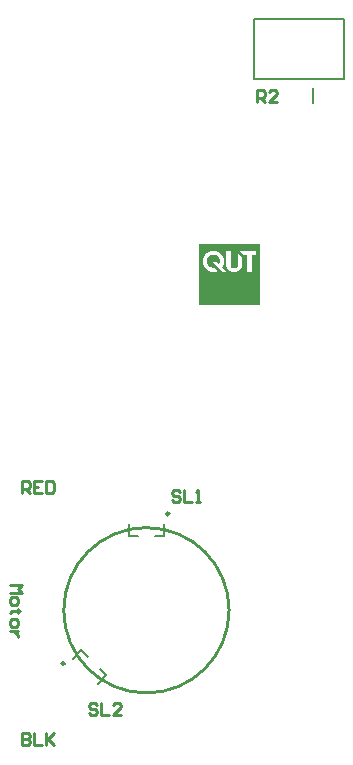
<source format=gto>
G04 Layer_Color=65535*
%FSLAX25Y25*%
%MOIN*%
G70*
G01*
G75*
%ADD14C,0.01000*%
%ADD22C,0.00984*%
%ADD23C,0.00787*%
%ADD24C,0.00020*%
D14*
X27559Y0D02*
G03*
X27559Y0I-27559J0D01*
G01*
X36940Y169526D02*
Y173525D01*
X38939D01*
X39606Y172858D01*
Y171525D01*
X38939Y170859D01*
X36940D01*
X38273D02*
X39606Y169526D01*
X43605D02*
X40939D01*
X43605Y172192D01*
Y172858D01*
X42938Y173525D01*
X41605D01*
X40939Y172858D01*
X-16334Y-31668D02*
X-17001Y-31001D01*
X-18334D01*
X-19000Y-31668D01*
Y-32334D01*
X-18334Y-33001D01*
X-17001D01*
X-16334Y-33667D01*
Y-34334D01*
X-17001Y-35000D01*
X-18334D01*
X-19000Y-34334D01*
X-15001Y-31001D02*
Y-35000D01*
X-12336D01*
X-8337D02*
X-11003D01*
X-8337Y-32334D01*
Y-31668D01*
X-9003Y-31001D01*
X-10336D01*
X-11003Y-31668D01*
X11166Y39332D02*
X10499Y39999D01*
X9166D01*
X8500Y39332D01*
Y38666D01*
X9166Y37999D01*
X10499D01*
X11166Y37333D01*
Y36666D01*
X10499Y36000D01*
X9166D01*
X8500Y36666D01*
X12499Y39999D02*
Y36000D01*
X15165D01*
X16497D02*
X17830D01*
X17164D01*
Y39999D01*
X16497Y39332D01*
X-41500Y-41001D02*
Y-45000D01*
X-39501D01*
X-38834Y-44334D01*
Y-43667D01*
X-39501Y-43001D01*
X-41500D01*
X-39501D01*
X-38834Y-42334D01*
Y-41668D01*
X-39501Y-41001D01*
X-41500D01*
X-37501D02*
Y-45000D01*
X-34835D01*
X-33503Y-41001D02*
Y-45000D01*
Y-43667D01*
X-30837Y-41001D01*
X-32836Y-43001D01*
X-30837Y-45000D01*
X-41500Y39000D02*
Y42999D01*
X-39501D01*
X-38834Y42332D01*
Y40999D01*
X-39501Y40333D01*
X-41500D01*
X-40167D02*
X-38834Y39000D01*
X-34835Y42999D02*
X-37501D01*
Y39000D01*
X-34835D01*
X-37501Y40999D02*
X-36168D01*
X-33503Y42999D02*
Y39000D01*
X-31503D01*
X-30837Y39666D01*
Y42332D01*
X-31503Y42999D01*
X-33503D01*
X-45500Y8500D02*
X-41501D01*
X-42834Y7167D01*
X-41501Y5834D01*
X-45500D01*
Y3835D02*
Y2502D01*
X-44834Y1836D01*
X-43501D01*
X-42834Y2502D01*
Y3835D01*
X-43501Y4501D01*
X-44834D01*
X-45500Y3835D01*
X-42168Y-164D02*
X-42834D01*
Y503D01*
Y-830D01*
Y-164D01*
X-44834D01*
X-45500Y-830D01*
Y-3496D02*
Y-4829D01*
X-44834Y-5495D01*
X-43501D01*
X-42834Y-4829D01*
Y-3496D01*
X-43501Y-2830D01*
X-44834D01*
X-45500Y-3496D01*
X-42834Y-6828D02*
X-45500D01*
X-44167D01*
X-43501Y-7495D01*
X-42834Y-8161D01*
Y-8828D01*
D22*
X-27277Y-17747D02*
G03*
X-27277Y-17747I-492J0D01*
G01*
X7579Y32185D02*
G03*
X7579Y32185I-492J0D01*
G01*
D23*
X-15590Y-19487D02*
X-13363Y-21714D01*
X-16146Y-24498D02*
X-13363Y-21714D01*
X-21714Y-13363D02*
X-19487Y-15589D01*
X-24498Y-16146D02*
X-21714Y-13363D01*
X-5906Y24803D02*
X-2756D01*
X-5906D02*
Y28740D01*
X2756Y24803D02*
X5906D01*
Y28740D01*
X55500Y168941D02*
Y174059D01*
X65709Y177087D02*
Y197087D01*
X35709Y177087D02*
Y197087D01*
X65709D01*
X35709Y177087D02*
X65709D01*
X46542D02*
X65709D01*
D24*
X17500Y102160D02*
X37500D01*
X17500Y102080D02*
X37500D01*
X17500Y102280D02*
X37500D01*
X17500Y102320D02*
X37500D01*
X17500Y102520D02*
X37500D01*
X17500Y102680D02*
X37500D01*
X17500Y102640D02*
X37500D01*
X17500Y102540D02*
X37500D01*
X17500Y102660D02*
X37500D01*
X17500Y102220D02*
X37500D01*
X17500Y102240D02*
X37500D01*
X17500Y102120D02*
X37500D01*
X17500Y102060D02*
X37500D01*
X17500Y102560D02*
X37500D01*
X17500Y102300D02*
X37500D01*
X17500Y102620D02*
X37500D01*
X17500Y102440D02*
X37500D01*
X17500Y102140D02*
X37500D01*
X17500Y102500D02*
X37500D01*
X17500Y102600D02*
X37500D01*
X17500Y102580D02*
X37500D01*
X17500Y102200D02*
X37500D01*
X17500Y102460D02*
X37500D01*
X17500Y102340D02*
X37500D01*
X17500Y102100D02*
X37500D01*
X17500Y102400D02*
X37500D01*
X17500Y102380D02*
X37500D01*
X17500Y102420D02*
X37500D01*
X17500Y102480D02*
X37500D01*
X17500Y102260D02*
X37500D01*
X17500Y102180D02*
X37500D01*
X17500Y102040D02*
X37500D01*
X17500Y102360D02*
X37500D01*
X23140Y113880D02*
X23820D01*
X17500D02*
X19480D01*
X35120Y113900D02*
X37500D01*
X31560D02*
X33260D01*
X35120Y113860D02*
X37500D01*
X23180Y113840D02*
X23860D01*
X17500Y113860D02*
X19520D01*
X25840D02*
X26680D01*
X17500Y113840D02*
X19540D01*
X31520Y113860D02*
X33260D01*
X31540Y113880D02*
X33260D01*
X31520Y113840D02*
X33260D01*
X35120Y113880D02*
X37500D01*
X25860Y113840D02*
X26700D01*
X23160Y113860D02*
X23840D01*
X25820Y113880D02*
X26660D01*
X35120Y113840D02*
X37500D01*
X30200Y119640D02*
X30820D01*
X17500Y119520D02*
X19980D01*
X36560Y119640D02*
X37500D01*
X24360Y119520D02*
X26300D01*
X17500Y119620D02*
X20120D01*
X28100Y119520D02*
X30080D01*
X24220Y119620D02*
X26300D01*
X28100Y119640D02*
X30080D01*
X36560Y119520D02*
X37500D01*
X24180Y119640D02*
X26300D01*
X30300Y119540D02*
X30920D01*
X28100Y119620D02*
X30080D01*
X17500Y119640D02*
X20160D01*
X36560Y119620D02*
X37500D01*
X30280Y119560D02*
X30900D01*
X36560D02*
X37500D01*
X28100Y119540D02*
X30080D01*
X28100Y119660D02*
X30080D01*
X36560D02*
X37500D01*
X24320Y119540D02*
X26300D01*
X17500D02*
X20000D01*
X30180Y119660D02*
X30800D01*
X36560Y119580D02*
X37500D01*
X30260D02*
X30880D01*
X36560Y119540D02*
X37500D01*
X24140Y119660D02*
X26300D01*
X24440Y119460D02*
X26300D01*
X24400Y119480D02*
X26300D01*
X36560D02*
X37500D01*
X17500Y119460D02*
X19900D01*
X17500Y119560D02*
X20040D01*
X17500Y119580D02*
X20060D01*
X30320Y119520D02*
X30940D01*
X17500Y119500D02*
X19960D01*
X30220Y119620D02*
X30840D01*
X28100Y119460D02*
X30080D01*
X30380D02*
X31000D01*
X28100Y119480D02*
X30080D01*
X28100Y119560D02*
X30080D01*
X28100Y119580D02*
X30080D01*
X24300Y119560D02*
X26300D01*
X30360Y119480D02*
X30980D01*
X24280Y119580D02*
X26300D01*
X17500Y119600D02*
X20100D01*
X24380Y119500D02*
X26300D01*
X30340D02*
X30960D01*
X24240Y119600D02*
X26300D01*
X28100D02*
X30080D01*
X36560Y119500D02*
X37500D01*
X28100D02*
X30080D01*
X30240Y119600D02*
X30860D01*
X17500Y119480D02*
X19920D01*
X36560Y119600D02*
X37500D01*
X17500Y114340D02*
X19120D01*
X25620Y114080D02*
X26540D01*
X22920Y114100D02*
X23600D01*
X22640Y114400D02*
X23340D01*
X35120Y114080D02*
X37500D01*
X35120Y114200D02*
X37500D01*
X17500Y113920D02*
X19440D01*
X35120Y114360D02*
X37500D01*
X29020Y114420D02*
X29200D01*
X23120Y113920D02*
X23760D01*
X35120Y114420D02*
X37500D01*
X35120Y114440D02*
X37500D01*
X23080Y113940D02*
X23740D01*
X25720Y113980D02*
X26600D01*
X35120Y113960D02*
X37500D01*
X25740D02*
X26620D01*
X25760Y113940D02*
X26620D01*
X23060Y113960D02*
X23720D01*
X17500Y113940D02*
X19420D01*
X17500Y113960D02*
X19400D01*
X35120Y113980D02*
X37500D01*
X17500Y114120D02*
X19280D01*
X31600Y113960D02*
X33260D01*
X25320Y114420D02*
X26400D01*
X22600Y114440D02*
X23300D01*
X35120Y113920D02*
X37500D01*
X17500Y114060D02*
X19320D01*
X31580Y113920D02*
X33260D01*
X17500Y113900D02*
X19460D01*
X25800D02*
X26660D01*
X17500Y114400D02*
X19080D01*
X23120Y113900D02*
X23780D01*
X28760Y114440D02*
X29440D01*
X25360Y114340D02*
X26420D01*
X31640Y114080D02*
X33260D01*
X22740Y114300D02*
X23400D01*
X17500Y114100D02*
X19280D01*
X22900Y114120D02*
X23580D01*
X17500Y114200D02*
X19220D01*
X35120Y114300D02*
X37500D01*
X31720Y114260D02*
X33260D01*
X31720Y114240D02*
X33260D01*
X31700Y114200D02*
X33260D01*
X25420Y114280D02*
X26460D01*
X31720D02*
X33260D01*
X25320Y114400D02*
X26400D01*
X25600Y114100D02*
X26540D01*
X22940Y114080D02*
X23620D01*
X31660Y114100D02*
X33260D01*
X35120D02*
X37500D01*
X22700Y114340D02*
X23360D01*
X35120Y114180D02*
X37500D01*
X25660Y114040D02*
X26560D01*
X17500D02*
X19340D01*
X35120Y114400D02*
X37500D01*
X17500Y114020D02*
X19360D01*
X31600Y114000D02*
X33260D01*
X23040Y113980D02*
X23720D01*
X25700Y114000D02*
X26600D01*
X17500Y113980D02*
X19380D01*
X35120Y114000D02*
X37500D01*
X23020D02*
X23700D01*
X22860Y114160D02*
X23540D01*
X17500Y114000D02*
X19380D01*
X31660Y114140D02*
X33260D01*
X25680Y114020D02*
X26580D01*
X23000D02*
X23680D01*
X31620D02*
X33260D01*
X35120D02*
X37500D01*
X25320Y114440D02*
X26400D01*
X31580Y113940D02*
X33260D01*
X31600Y113980D02*
X33260D01*
X17500Y114420D02*
X19060D01*
X31780Y114440D02*
X33260D01*
X35120Y113940D02*
X37500D01*
X31780Y114420D02*
X33260D01*
X25780Y113920D02*
X26640D01*
X17500Y114660D02*
X18920D01*
X28180Y114740D02*
X30000D01*
X21520Y114660D02*
X23080D01*
X21260Y114760D02*
X22980D01*
X31840Y114680D02*
X33260D01*
X28120Y114880D02*
X30060D01*
X35120D02*
X37500D01*
X35120Y114040D02*
X37500D01*
X22780Y114260D02*
X23440D01*
X17500Y114080D02*
X19300D01*
X31840Y114700D02*
X33260D01*
X25460D02*
X26320D01*
X28220D02*
X29980D01*
X31860Y114880D02*
X33260D01*
X17500Y114680D02*
X18900D01*
X35120Y114660D02*
X37500D01*
X21360Y114720D02*
X23020D01*
X35120Y114680D02*
X37500D01*
X17500Y114860D02*
X18820D01*
X31840Y114760D02*
X33260D01*
X28120Y114860D02*
X30060D01*
X28240Y114660D02*
X29940D01*
X22660Y114380D02*
X23340D01*
X31620Y114040D02*
X33260D01*
X17500Y114360D02*
X19100D01*
X17500Y114380D02*
X19080D01*
X35120Y114120D02*
X37500D01*
X31760Y114340D02*
X33260D01*
X31660Y114120D02*
X33260D01*
X17500Y114140D02*
X19260D01*
X35120Y114380D02*
X37500D01*
X35120Y114060D02*
X37500D01*
X31760Y114360D02*
X33260D01*
X22840Y114200D02*
X23500D01*
X35120Y114320D02*
X37500D01*
X17500Y114220D02*
X19200D01*
X22620Y114420D02*
X23320D01*
X17500Y114320D02*
X19120D01*
X25380D02*
X26440D01*
X31760Y114400D02*
X33260D01*
X25400Y114300D02*
X26440D01*
X17500D02*
X19140D01*
X31740D02*
X33260D01*
X21140Y114820D02*
X22940D01*
X31680Y114180D02*
X33260D01*
X31640Y114060D02*
X33260D01*
X17500Y114160D02*
X19240D01*
X25480Y114220D02*
X26480D01*
X35120Y114740D02*
X37500D01*
X17500Y114640D02*
X18920D01*
X31860Y114860D02*
X33260D01*
X28140Y114840D02*
X30060D01*
X17500Y114820D02*
X18840D01*
X28200Y114720D02*
X30000D01*
X25440Y114660D02*
X26340D01*
X35120Y114700D02*
X37500D01*
X31840Y114740D02*
X33260D01*
X25480Y114720D02*
X26320D01*
X17500D02*
X18880D01*
X31840Y114660D02*
X33260D01*
X35120Y114160D02*
X37500D01*
X17500Y114880D02*
X18800D01*
X21580Y114640D02*
X23100D01*
X31840Y114720D02*
X33260D01*
X25580Y114120D02*
X26520D01*
X31860Y114820D02*
X33260D01*
X35120Y114720D02*
X37500D01*
X28300Y114620D02*
X29900D01*
X22720Y114320D02*
X23380D01*
X31680Y114160D02*
X33260D01*
X17500Y114180D02*
X19220D01*
X22680Y114360D02*
X23360D01*
X25540Y114160D02*
X26500D01*
X22980Y114040D02*
X23660D01*
X25340Y114360D02*
X26420D01*
X22840Y114180D02*
X23520D01*
X31700Y114220D02*
X33260D01*
X25500Y114200D02*
X26480D01*
X22800Y114240D02*
X23460D01*
X25320Y114380D02*
X26420D01*
X25460Y114240D02*
X26460D01*
X35120Y114260D02*
X37500D01*
X35120Y114220D02*
X37500D01*
X17500Y114240D02*
X19180D01*
X17500Y114440D02*
X19040D01*
X22560Y114480D02*
X23260D01*
X35120Y114460D02*
X37500D01*
X28660D02*
X29560D01*
X31780D02*
X33260D01*
X25320D02*
X26380D01*
X17500D02*
X19040D01*
X22580D02*
X23280D01*
X31800Y114480D02*
X33260D01*
X35120D02*
X37500D01*
X28580D02*
X29620D01*
X28520Y114500D02*
X29680D01*
X35120D02*
X37500D01*
X25340Y114480D02*
X26380D01*
X28420Y114540D02*
X29780D01*
X17500Y114480D02*
X19020D01*
X17500Y114260D02*
X19160D01*
X31800Y114500D02*
X33260D01*
X35120Y114520D02*
X37500D01*
X22540Y114500D02*
X23240D01*
X22540Y114520D02*
X23220D01*
X28460D02*
X29740D01*
X25360D02*
X26360D01*
X31800Y114540D02*
X33260D01*
X35120D02*
X37500D01*
X25380D02*
X26360D01*
X21760Y114600D02*
X22440D01*
X22520Y114540D02*
X23200D01*
X22500Y114560D02*
X23180D01*
X35120D02*
X37500D01*
X17500Y114540D02*
X18980D01*
X31820Y114580D02*
X33260D01*
X31820Y114560D02*
X33260D01*
X28380D02*
X29820D01*
X25380D02*
X26360D01*
X31820Y114620D02*
X33260D01*
X17500Y114560D02*
X18980D01*
X35120Y114580D02*
X37500D01*
X25400D02*
X26360D01*
X28340D02*
X29840D01*
X25420Y114600D02*
X26340D01*
X21900Y114580D02*
X22340D01*
X35120Y114620D02*
X37500D01*
X22480Y114580D02*
X23160D01*
X25420Y114620D02*
X26340D01*
X25440Y114640D02*
X26340D01*
X25520Y114180D02*
X26500D01*
X17500Y114700D02*
X18900D01*
X17500Y114600D02*
X18960D01*
X35120Y114340D02*
X37500D01*
X25560Y114140D02*
X26520D01*
X22880D02*
X23560D01*
X25640Y114060D02*
X26560D01*
X22960D02*
X23640D01*
X35120Y114140D02*
X37500D01*
X17500Y114500D02*
X19020D01*
X31760Y114380D02*
X33260D01*
X35120Y114240D02*
X37500D01*
X22760Y114280D02*
X23420D01*
X25360Y114500D02*
X26380D01*
X31800Y114520D02*
X33260D01*
X17500D02*
X19000D01*
X21660Y114620D02*
X23120D01*
X17500D02*
X18940D01*
X35120Y114640D02*
X37500D01*
X35120Y114900D02*
X37500D01*
X35120Y114280D02*
X37500D01*
X31740Y114320D02*
X33260D01*
X28320Y114600D02*
X29880D01*
X35120D02*
X37500D01*
X17500Y114740D02*
X18880D01*
X17500Y114580D02*
X18960D01*
X31820Y114600D02*
X33260D01*
X17500Y114280D02*
X19160D01*
X21300Y114740D02*
X23000D01*
X22460Y114600D02*
X23140D01*
X25440Y114260D02*
X26460D01*
X28260Y114640D02*
X29920D01*
X25480Y114740D02*
X26320D01*
X22820Y114220D02*
X23480D01*
X31840Y114640D02*
X33260D01*
X25500Y114780D02*
X26320D01*
X28160D02*
X30020D01*
X21220D02*
X22980D01*
X35120Y114760D02*
X37500D01*
X25540Y114840D02*
X26300D01*
X28220Y114680D02*
X29960D01*
X35120Y114800D02*
X37500D01*
X25520Y114820D02*
X26320D01*
X25460Y114680D02*
X26320D01*
X25520Y114800D02*
X26320D01*
X35120Y114840D02*
X37500D01*
X31860D02*
X33260D01*
X17500Y114800D02*
X18840D01*
X21180D02*
X22960D01*
X25500Y114760D02*
X26320D01*
X35120Y114780D02*
X37500D01*
X31860Y114800D02*
X33260D01*
X35120Y114820D02*
X37500D01*
X28160Y114800D02*
X30040D01*
X17500Y114780D02*
X18860D01*
X35120Y114860D02*
X37500D01*
X21120Y114840D02*
X22920D01*
X17500D02*
X18820D01*
X17500Y114760D02*
X18860D01*
X31860Y114780D02*
X33260D01*
X25560Y114880D02*
X26300D01*
X28140Y114820D02*
X30040D01*
X25540Y114860D02*
X26300D01*
X21080D02*
X22900D01*
X21400Y114700D02*
X23040D01*
X21040Y114880D02*
X22880D01*
X21460Y114680D02*
X23060D01*
X28180Y114760D02*
X30020D01*
X25660Y117820D02*
X26300D01*
X31820Y117900D02*
X33260D01*
X17500Y117880D02*
X18700D01*
X31860Y117820D02*
X33260D01*
X20760Y117960D02*
X23480D01*
X35120Y117860D02*
X37500D01*
X28100Y117920D02*
X30080D01*
X35120Y117940D02*
X37500D01*
X20600Y117800D02*
X23620D01*
X25620Y117920D02*
X26300D01*
X25640Y117840D02*
X26300D01*
X20720Y117920D02*
X23520D01*
X25640Y117880D02*
X26300D01*
X31800Y117940D02*
X33260D01*
X17500Y117960D02*
X18740D01*
X20620Y117820D02*
X23600D01*
X28100Y117900D02*
X30080D01*
X28100Y117880D02*
X30080D01*
X20660Y117860D02*
X23560D01*
X28100Y117940D02*
X30080D01*
X17500Y117860D02*
X18700D01*
X17500Y117840D02*
X18700D01*
X35120D02*
X37500D01*
X25640Y117860D02*
X26300D01*
X31780Y117960D02*
X33260D01*
X35120Y117920D02*
X37500D01*
X17500Y117800D02*
X18680D01*
X28100Y117820D02*
X30080D01*
X25620Y117900D02*
X26300D01*
X28100Y117840D02*
X30080D01*
X28100Y117960D02*
X30080D01*
X25600Y117940D02*
X26300D01*
X25660Y117800D02*
X26300D01*
X20740Y117940D02*
X23500D01*
X35120Y117900D02*
X37500D01*
X17500Y117820D02*
X18680D01*
X35120Y117980D02*
X37500D01*
X17500Y117900D02*
X18720D01*
X20640Y117840D02*
X23580D01*
X35120Y117880D02*
X37500D01*
X20680D02*
X23560D01*
X28100Y117860D02*
X30080D01*
X35120Y117960D02*
X37500D01*
X17500Y117940D02*
X18740D01*
X17500Y117920D02*
X18720D01*
X25600Y117960D02*
X26300D01*
X31860Y117860D02*
X33260D01*
X31840Y117880D02*
X33260D01*
X31860Y117840D02*
X33260D01*
X35120Y117820D02*
X37500D01*
X31800Y117920D02*
X33260D01*
X20700Y117900D02*
X23540D01*
X17500Y106600D02*
X37500D01*
X17500Y106820D02*
X37500D01*
X17500Y106300D02*
X37500D01*
X17500Y106780D02*
X37500D01*
X17500Y106580D02*
X37500D01*
X17500Y106560D02*
X37500D01*
X17500Y106760D02*
X37500D01*
X17500Y106800D02*
X37500D01*
X17500Y106340D02*
X37500D01*
X17500Y106160D02*
X37500D01*
X17500Y106680D02*
X37500D01*
X17500Y106860D02*
X37500D01*
X17500Y111420D02*
X37500D01*
X17500Y106400D02*
X37500D01*
X17500Y106880D02*
X37500D01*
X17500Y106620D02*
X37500D01*
X17500Y106460D02*
X37500D01*
X17500Y106720D02*
X37500D01*
X17500Y106900D02*
X37500D01*
X17500Y106380D02*
X37500D01*
X17500Y110660D02*
X37500D01*
X17500Y106840D02*
X37500D01*
X17500Y106660D02*
X37500D01*
X17500Y106360D02*
X37500D01*
X17500Y106640D02*
X37500D01*
X17500Y106520D02*
X37500D01*
X17500Y106920D02*
X37500D01*
X17500Y110200D02*
X37500D01*
X17500Y106260D02*
X37500D01*
X17500Y106740D02*
X37500D01*
X17500Y106700D02*
X37500D01*
X17500Y106480D02*
X37500D01*
X17500Y106500D02*
X37500D01*
X17500Y106420D02*
X37500D01*
X17500Y106280D02*
X37500D01*
X17500Y106440D02*
X37500D01*
X17500Y106540D02*
X37500D01*
X17500Y106000D02*
X37500D01*
X17500Y110940D02*
X37500D01*
X17500Y111520D02*
X37500D01*
X17500Y105980D02*
X37500D01*
X17500Y107060D02*
X37500D01*
X17500Y110040D02*
X37500D01*
X17500Y110620D02*
X37500D01*
X17500Y106100D02*
X37500D01*
X17500Y111720D02*
X37500D01*
X17500Y111220D02*
X37500D01*
X17500Y111940D02*
X37500D01*
X17500Y111800D02*
X37500D01*
X17500Y111740D02*
X37500D01*
X17500Y111900D02*
X37500D01*
X17500Y111280D02*
X37500D01*
X17500Y110860D02*
X37500D01*
X17500Y111960D02*
X37500D01*
X17500Y111920D02*
X37500D01*
X17500Y110920D02*
X37500D01*
X17500Y111560D02*
X37500D01*
X17500Y110820D02*
X37500D01*
X17500Y111320D02*
X37500D01*
X17500Y111840D02*
X37500D01*
X17500Y106020D02*
X37500D01*
X17500Y106120D02*
X37500D01*
X17500Y111440D02*
X37500D01*
X17500Y111180D02*
X37500D01*
X17500Y111300D02*
X37500D01*
X17500Y111980D02*
X37500D01*
X17500Y110800D02*
X37500D01*
X17500Y111340D02*
X37500D01*
X17500Y111540D02*
X37500D01*
X17500Y110700D02*
X37500D01*
X17500Y110760D02*
X37500D01*
X17500Y106140D02*
X37500D01*
X17500Y111680D02*
X37500D01*
X17500Y111380D02*
X37500D01*
X17500Y111860D02*
X37500D01*
X17500Y110380D02*
X37500D01*
X17500Y110460D02*
X37500D01*
X17500Y110420D02*
X37500D01*
X17500Y110440D02*
X37500D01*
X17500Y110480D02*
X37500D01*
X17500Y110500D02*
X37500D01*
X17500Y110520D02*
X37500D01*
X17500Y110540D02*
X37500D01*
X17500Y110400D02*
X37500D01*
X17500Y110560D02*
X37500D01*
X17500Y110580D02*
X37500D01*
X17500Y111580D02*
X37500D01*
X17500Y110600D02*
X37500D01*
X17500Y107000D02*
X37500D01*
X17500Y107240D02*
X37500D01*
X17500Y111760D02*
X37500D01*
X17500Y111820D02*
X37500D01*
X17500Y106320D02*
X37500D01*
X17500Y111600D02*
X37500D01*
X17500Y111780D02*
X37500D01*
X17500Y111880D02*
X37500D01*
X17500Y106180D02*
X37500D01*
X17500Y110780D02*
X37500D01*
X17500Y111200D02*
X37500D01*
X17500Y106200D02*
X37500D01*
X17500Y111400D02*
X37500D01*
X17500Y107020D02*
X37500D01*
X17500Y110640D02*
X37500D01*
X17500Y107040D02*
X37500D01*
X17500Y106240D02*
X37500D01*
X17500Y106980D02*
X37500D01*
X17500Y110980D02*
X37500D01*
X17500Y111660D02*
X37500D01*
X17500Y107260D02*
X37500D01*
X17500Y111640D02*
X37500D01*
X17500Y106960D02*
X37500D01*
X17500Y107220D02*
X37500D01*
X17500Y107300D02*
X37500D01*
X17500Y106060D02*
X37500D01*
X17500Y106080D02*
X37500D01*
X17500Y107320D02*
X37500D01*
X17500Y107280D02*
X37500D01*
X17500Y107340D02*
X37500D01*
X17500Y111260D02*
X37500D01*
X17500Y110680D02*
X37500D01*
X17500Y111360D02*
X37500D01*
X17500Y111240D02*
X37500D01*
X17500Y110960D02*
X37500D01*
X17500Y110900D02*
X37500D01*
X17500Y110840D02*
X37500D01*
X17500Y111080D02*
X37500D01*
X17500Y111000D02*
X37500D01*
X17500Y111620D02*
X37500D01*
X17500Y111020D02*
X37500D01*
X17500Y111040D02*
X37500D01*
X17500Y111100D02*
X37500D01*
X17500Y111060D02*
X37500D01*
X17500Y111480D02*
X37500D01*
X17500Y111700D02*
X37500D01*
X17500Y111500D02*
X37500D01*
X17500Y111160D02*
X37500D01*
X17500Y106040D02*
X37500D01*
X17500Y111140D02*
X37500D01*
X17500Y111120D02*
X37500D01*
X17500Y110720D02*
X37500D01*
X17500Y110880D02*
X37500D01*
X17500Y111460D02*
X37500D01*
X17500Y107200D02*
X37500D01*
X17500Y106220D02*
X37500D01*
X17500Y108800D02*
X37500D01*
X17500Y107460D02*
X37500D01*
X17500Y108900D02*
X37500D01*
X17500Y108820D02*
X37500D01*
X17500Y108840D02*
X37500D01*
X17500Y108860D02*
X37500D01*
X17500Y108880D02*
X37500D01*
X17500Y108920D02*
X37500D01*
X17500Y108940D02*
X37500D01*
X17500Y108960D02*
X37500D01*
X17500Y109000D02*
X37500D01*
X17500Y108980D02*
X37500D01*
X17500Y109100D02*
X37500D01*
X17500Y109020D02*
X37500D01*
X17500Y109040D02*
X37500D01*
X17500Y107780D02*
X37500D01*
X17500Y109080D02*
X37500D01*
X17500Y109060D02*
X37500D01*
X17500Y109220D02*
X37500D01*
X17500Y109120D02*
X37500D01*
X17500Y109160D02*
X37500D01*
X17500Y109140D02*
X37500D01*
X17500Y109180D02*
X37500D01*
X17500Y109240D02*
X37500D01*
X17500Y109200D02*
X37500D01*
X17500Y107800D02*
X37500D01*
X17500Y110740D02*
X37500D01*
X17500Y107960D02*
X37500D01*
X17500Y107440D02*
X37500D01*
X17500Y107820D02*
X37500D01*
X17500Y107860D02*
X37500D01*
X17500Y107840D02*
X37500D01*
X17500Y107400D02*
X37500D01*
X17500Y107880D02*
X37500D01*
X17500Y107900D02*
X37500D01*
X17500Y108000D02*
X37500D01*
X17500Y107940D02*
X37500D01*
X17500Y107920D02*
X37500D01*
X17500Y107980D02*
X37500D01*
X17500Y108040D02*
X37500D01*
X17500Y108020D02*
X37500D01*
X17500Y108060D02*
X37500D01*
X17500Y109280D02*
X37500D01*
X17500Y108080D02*
X37500D01*
X17500Y107380D02*
X37500D01*
X17500Y107180D02*
X37500D01*
X17500Y107160D02*
X37500D01*
X17500Y107100D02*
X37500D01*
X17500Y107120D02*
X37500D01*
X17500Y107140D02*
X37500D01*
X17500Y107360D02*
X37500D01*
X17500Y108740D02*
X37500D01*
X17500Y108760D02*
X37500D01*
X17500Y108720D02*
X37500D01*
X17500Y109340D02*
X37500D01*
X17500Y107520D02*
X37500D01*
X17500Y107540D02*
X37500D01*
X17500Y109300D02*
X37500D01*
X17500Y109260D02*
X37500D01*
X17500Y108120D02*
X37500D01*
X17500Y107760D02*
X37500D01*
X17500Y108100D02*
X37500D01*
X17500Y107500D02*
X37500D01*
X17500Y110340D02*
X37500D01*
X17500Y107600D02*
X37500D01*
X17500Y107560D02*
X37500D01*
X17500Y107720D02*
X37500D01*
X17500Y107580D02*
X37500D01*
X17500Y107620D02*
X37500D01*
X17500Y107640D02*
X37500D01*
X17500Y108700D02*
X37500D01*
X17500Y107660D02*
X37500D01*
X17500Y107700D02*
X37500D01*
X17500Y107480D02*
X37500D01*
X17500Y110360D02*
X37500D01*
X17500Y109460D02*
X37500D01*
X17500Y107680D02*
X37500D01*
X17500Y107740D02*
X37500D01*
X17500Y108200D02*
X37500D01*
X17500Y108280D02*
X37500D01*
X17500Y107420D02*
X37500D01*
X17500Y108140D02*
X37500D01*
X17500Y108160D02*
X37500D01*
X17500Y108180D02*
X37500D01*
X17500Y108220D02*
X37500D01*
X17500Y108260D02*
X37500D01*
X17500Y108240D02*
X37500D01*
X17500Y108560D02*
X37500D01*
X17500Y108300D02*
X37500D01*
X17500Y108340D02*
X37500D01*
X17500Y108320D02*
X37500D01*
X17500Y108400D02*
X37500D01*
X17500Y108360D02*
X37500D01*
X17500Y108380D02*
X37500D01*
X17500Y108540D02*
X37500D01*
X17500Y108440D02*
X37500D01*
X17500Y108420D02*
X37500D01*
X17500Y108460D02*
X37500D01*
X17500Y108500D02*
X37500D01*
X17500Y108520D02*
X37500D01*
X17500Y108480D02*
X37500D01*
X17500Y108580D02*
X37500D01*
X17500Y106940D02*
X37500D01*
X17500Y108680D02*
X37500D01*
X17500Y108620D02*
X37500D01*
X17500Y108600D02*
X37500D01*
X17500Y108640D02*
X37500D01*
X17500Y108660D02*
X37500D01*
X17500Y108780D02*
X37500D01*
X17500Y109320D02*
X37500D01*
X17500Y109360D02*
X37500D01*
X17500Y107080D02*
X37500D01*
X17500Y109400D02*
X37500D01*
X17500Y109380D02*
X37500D01*
X17500Y109760D02*
X37500D01*
X17500Y110320D02*
X37500D01*
X17500Y110260D02*
X37500D01*
X17500Y110080D02*
X37500D01*
X17500Y110220D02*
X37500D01*
X17500Y110240D02*
X37500D01*
X17500Y110300D02*
X37500D01*
X17500Y110100D02*
X37500D01*
X17500Y110280D02*
X37500D01*
X17500Y110120D02*
X37500D01*
X17500Y109780D02*
X37500D01*
X17500Y110140D02*
X37500D01*
X17500Y110160D02*
X37500D01*
X17500Y110180D02*
X37500D01*
X17500Y110060D02*
X37500D01*
X17500Y109840D02*
X37500D01*
X17500Y110020D02*
X37500D01*
X17500Y110000D02*
X37500D01*
X17500Y109920D02*
X37500D01*
X17500Y109940D02*
X37500D01*
X17500Y109960D02*
X37500D01*
X17500Y109980D02*
X37500D01*
X17500Y109900D02*
X37500D01*
X17500Y109700D02*
X37500D01*
X17500Y109860D02*
X37500D01*
X17500Y109820D02*
X37500D01*
X17500Y109720D02*
X37500D01*
X17500Y109880D02*
X37500D01*
X17500Y109800D02*
X37500D01*
X17500Y109580D02*
X37500D01*
X17500Y109740D02*
X37500D01*
X17500Y109480D02*
X37500D01*
X17500Y109600D02*
X37500D01*
X17500Y109520D02*
X37500D01*
X17500Y109680D02*
X37500D01*
X17500Y109660D02*
X37500D01*
X17500Y109620D02*
X37500D01*
X17500Y109640D02*
X37500D01*
X17500Y109540D02*
X37500D01*
X17500Y109560D02*
X37500D01*
X17500Y109440D02*
X37500D01*
X17500Y109420D02*
X37500D01*
X17500Y109500D02*
X37500D01*
X26700Y112960D02*
X27840D01*
X23540D02*
X24680D01*
X26680Y113000D02*
X27740D01*
X17500Y112960D02*
X20800D01*
X35120D02*
X37500D01*
X35120Y112980D02*
X37500D01*
X30440D02*
X33260D01*
X23580D02*
X24660D01*
X30500Y113000D02*
X33260D01*
X26680Y112980D02*
X27780D01*
X17500D02*
X20760D01*
X23620Y113000D02*
X24640D01*
X26660Y113020D02*
X27680D01*
X17500Y113000D02*
X20700D01*
X35120Y113020D02*
X37500D01*
X30540D02*
X33260D01*
X35120Y113000D02*
X37500D01*
X35120Y113040D02*
X37500D01*
X23660Y113020D02*
X24620D01*
X17500D02*
X20660D01*
X17500Y112940D02*
X20840D01*
X30580Y113040D02*
X33260D01*
X26640D02*
X27640D01*
X35120Y113060D02*
X37500D01*
X35120Y113500D02*
X37500D01*
X23600Y113360D02*
X24320D01*
X26620Y113060D02*
X27600D01*
X35120Y113280D02*
X37500D01*
X31120Y113400D02*
X33260D01*
X35120Y113420D02*
X37500D01*
X26280Y113400D02*
X27080D01*
X17500D02*
X20020D01*
X23560D02*
X24280D01*
X35120D02*
X37500D01*
X17500Y113380D02*
X20040D01*
X23580D02*
X24300D01*
X31100D02*
X33260D01*
X26300D02*
X27120D01*
X17500Y113340D02*
X20100D01*
X35120Y113380D02*
X37500D01*
X35120Y113360D02*
X37500D01*
X17500D02*
X20060D01*
X31080D02*
X33260D01*
X35120Y113440D02*
X37500D01*
X26400Y113280D02*
X27240D01*
X23680D02*
X24400D01*
X17500Y113260D02*
X20220D01*
X30980Y113280D02*
X33260D01*
X26420Y113260D02*
X27260D01*
X23700D02*
X24420D01*
X30960D02*
X33260D01*
X35120D02*
X37500D01*
X17500Y113240D02*
X20260D01*
X23700D02*
X24440D01*
X26440D02*
X27300D01*
X30920D02*
X33260D01*
X35120D02*
X37500D01*
X35120Y113220D02*
X37500D01*
X17500D02*
X20280D01*
X35120Y113180D02*
X37500D01*
X23720Y113220D02*
X24460D01*
X26460D02*
X27320D01*
X30900D02*
X33260D01*
X23740Y113200D02*
X24480D01*
X17500D02*
X20320D01*
X30860D02*
X33260D01*
X26480D02*
X27360D01*
X35120D02*
X37500D01*
X17500Y113180D02*
X20340D01*
X26500D02*
X27400D01*
X23760D02*
X24500D01*
X17500Y113160D02*
X20380D01*
X30840Y113180D02*
X33260D01*
X26520Y113160D02*
X27420D01*
X23780D02*
X24500D01*
X30800D02*
X33260D01*
X35120D02*
X37500D01*
X17500Y113140D02*
X20420D01*
X23800D02*
X24520D01*
X26540D02*
X27460D01*
X30780D02*
X33260D01*
X35120D02*
X37500D01*
X35120Y113100D02*
X37500D01*
X17500Y113120D02*
X20460D01*
X23820D02*
X24520D01*
X26560D02*
X27500D01*
X30740D02*
X33260D01*
X35120D02*
X37500D01*
X17500Y113100D02*
X20500D01*
X23800D02*
X24540D01*
X26580D02*
X27520D01*
X30700D02*
X33260D01*
X17500Y113080D02*
X20540D01*
X23780D02*
X24560D01*
X26600D02*
X27560D01*
X30660D02*
X33260D01*
X35120D02*
X37500D01*
X17500Y113060D02*
X20580D01*
X23700Y113040D02*
X24600D01*
X23740Y113060D02*
X24580D01*
X31140Y113420D02*
X33260D01*
X23620Y113340D02*
X24340D01*
X26320Y113360D02*
X27140D01*
X26340Y113340D02*
X27160D01*
X26260Y113420D02*
X27060D01*
X31060Y113340D02*
X33260D01*
X35120Y112940D02*
X37500D01*
X35120Y113340D02*
X37500D01*
X17500Y113040D02*
X20620D01*
X17500Y113320D02*
X20120D01*
X23640D02*
X24360D01*
X31040D02*
X33260D01*
X26360D02*
X27180D01*
X35120D02*
X37500D01*
X35120Y113300D02*
X37500D01*
X17500D02*
X20160D01*
X17500Y113280D02*
X20180D01*
X23660Y113300D02*
X24380D01*
X26380D02*
X27220D01*
X31000D02*
X33260D01*
X30620Y113060D02*
X33260D01*
X23540Y113420D02*
X24260D01*
X31180Y113440D02*
X33260D01*
X17500Y113480D02*
X19900D01*
X23500D02*
X24200D01*
X26200D02*
X27000D01*
X31220D02*
X33260D01*
X35120D02*
X37500D01*
X17500Y113460D02*
X19940D01*
X23520D02*
X24220D01*
X26220D02*
X27020D01*
X31200D02*
X33260D01*
X35120D02*
X37500D01*
X17500Y113440D02*
X19960D01*
X23520D02*
X24240D01*
X26240D02*
X27040D01*
X17500Y113420D02*
X19980D01*
X31320Y113600D02*
X33260D01*
X17500Y112200D02*
X37500D01*
X30420Y112960D02*
X33260D01*
X17500Y113500D02*
X19880D01*
X30360Y112940D02*
X33260D01*
X26720D02*
X27880D01*
X26140Y113540D02*
X26940D01*
X35120Y113560D02*
X37500D01*
X23440Y113540D02*
X24140D01*
X26120Y113560D02*
X26920D01*
X31300D02*
X33260D01*
X31420Y113720D02*
X33260D01*
X23440Y112920D02*
X24720D01*
X17500Y113540D02*
X19840D01*
X17500Y113700D02*
X19680D01*
X23420Y113560D02*
X24120D01*
X35120Y113540D02*
X37500D01*
X17500Y112020D02*
X37500D01*
X31280Y113540D02*
X33260D01*
X17500Y113560D02*
X19820D01*
X23320Y113700D02*
X24000D01*
X31380Y113660D02*
X33260D01*
X23200Y113820D02*
X23880D01*
X35120D02*
X37500D01*
X31460Y113760D02*
X33260D01*
X23400Y113580D02*
X24120D01*
X35120Y113640D02*
X37500D01*
X17500Y113680D02*
X19700D01*
X23240Y113780D02*
X23920D01*
X31460D02*
X33260D01*
X25920D02*
X26760D01*
X35120D02*
X37500D01*
X25880Y113820D02*
X26720D01*
X23280Y113740D02*
X23960D01*
X31500Y113820D02*
X33260D01*
X35120Y113620D02*
X37500D01*
X23380Y113600D02*
X24100D01*
X31340Y113620D02*
X33260D01*
X25960Y113740D02*
X26780D01*
X35120Y113760D02*
X37500D01*
X17500Y113740D02*
X19640D01*
X17500Y113780D02*
X19600D01*
X17500Y113600D02*
X19780D01*
X26000Y113680D02*
X26820D01*
X35120D02*
X37500D01*
X26160Y113520D02*
X26960D01*
X17500Y113800D02*
X19580D01*
X23340Y113680D02*
X24020D01*
X17500Y113620D02*
X19760D01*
X17500Y112440D02*
X37500D01*
X26180Y113500D02*
X26980D01*
X17500Y112040D02*
X37500D01*
X17500Y112500D02*
X37500D01*
X31400Y113680D02*
X33260D01*
X35120Y113700D02*
X37500D01*
X26020Y113660D02*
X26840D01*
X23340D02*
X24040D01*
X31260Y113520D02*
X33260D01*
X23500Y112940D02*
X24700D01*
X35120Y113520D02*
X37500D01*
X17500Y113580D02*
X19780D01*
X31320D02*
X33260D01*
X17500Y113640D02*
X19740D01*
X35120Y113580D02*
X37500D01*
X23480Y113500D02*
X24180D01*
X17500Y113520D02*
X19860D01*
X23300Y113720D02*
X23980D01*
X26100Y113580D02*
X26900D01*
X17500Y113760D02*
X19620D01*
X31420Y113700D02*
X33260D01*
X31480Y113800D02*
X33260D01*
X23260Y113760D02*
X23940D01*
X25940D02*
X26760D01*
X17500Y113660D02*
X19720D01*
X31240Y113500D02*
X33260D01*
X17500Y113720D02*
X19660D01*
X23460Y113520D02*
X24160D01*
X25980Y113720D02*
X26800D01*
X35120D02*
X37500D01*
X31360Y113640D02*
X33260D01*
X35120Y113740D02*
X37500D01*
X26060Y113620D02*
X26860D01*
X23380D02*
X24080D01*
X26040Y113640D02*
X26840D01*
X23220Y113800D02*
X23900D01*
X25900D02*
X26740D01*
X35120D02*
X37500D01*
X23360Y113640D02*
X24060D01*
X17500Y112180D02*
X37500D01*
X17500Y112120D02*
X37500D01*
X17500Y112140D02*
X37500D01*
X17500Y112100D02*
X37500D01*
X17500Y112160D02*
X37500D01*
X17500Y112600D02*
X37500D01*
X17500Y112580D02*
X37500D01*
X17500Y112560D02*
X37500D01*
X17500Y112540D02*
X37500D01*
X17500Y112520D02*
X37500D01*
X17500Y112220D02*
X37500D01*
X17500Y112260D02*
X37500D01*
X17500Y112240D02*
X37500D01*
X31440Y113740D02*
X33260D01*
X17500Y112000D02*
X37500D01*
X25980Y113700D02*
X26820D01*
X26080Y113600D02*
X26880D01*
X35120Y113660D02*
X37500D01*
X17500Y112080D02*
X37500D01*
X17500Y112340D02*
X37500D01*
X17500Y112420D02*
X37500D01*
X17500Y112920D02*
X20900D01*
X17500Y113820D02*
X19560D01*
X35120Y113600D02*
X37500D01*
X17500Y112320D02*
X37500D01*
X17500Y112460D02*
X37500D01*
X17500Y112280D02*
X37500D01*
X22380Y112700D02*
X37500D01*
X17500Y112680D02*
X37500D01*
X22600Y112720D02*
X37500D01*
X17500D02*
X21680D01*
X17500Y112640D02*
X37500D01*
X22740Y112740D02*
X28880D01*
X17500Y112700D02*
X21860D01*
X17500Y112620D02*
X37500D01*
X29380Y112740D02*
X37500D01*
X17500Y112660D02*
X37500D01*
X17500Y112480D02*
X37500D01*
X17500Y112300D02*
X37500D01*
X17500Y112740D02*
X21540D01*
X17500Y112060D02*
X37500D01*
X26800Y112860D02*
X28120D01*
X30120D02*
X33260D01*
X22860Y112760D02*
X28640D01*
X35120Y112860D02*
X37500D01*
X29600Y112760D02*
X37500D01*
X26820Y112840D02*
X28200D01*
X29960Y112820D02*
X37500D01*
X29860Y112800D02*
X37500D01*
X23140Y112820D02*
X28280D01*
X17500Y112800D02*
X21260D01*
X23060D02*
X28380D01*
X30040Y112840D02*
X37500D01*
X17500Y112400D02*
X37500D01*
X17500Y112360D02*
X37500D01*
X17500Y112780D02*
X21340D01*
X17500Y112760D02*
X21440D01*
X17500Y112820D02*
X21180D01*
X29740Y112780D02*
X37500D01*
X17500Y112380D02*
X37500D01*
X22960Y112780D02*
X28500D01*
X23380Y112900D02*
X24740D01*
X23220Y112840D02*
X24800D01*
X23280Y112860D02*
X24780D01*
X26740Y112920D02*
X27940D01*
X35120D02*
X37500D01*
X26760Y112900D02*
X28000D01*
X17500Y112840D02*
X21120D01*
X30200Y112880D02*
X33260D01*
X35120D02*
X37500D01*
X17500Y112860D02*
X21060D01*
X30320Y112920D02*
X33260D01*
X17500Y112900D02*
X20960D01*
X23340Y112880D02*
X24760D01*
X17500D02*
X20980D01*
X30260Y112900D02*
X33260D01*
X26780Y112880D02*
X28040D01*
X35120Y112900D02*
X37500D01*
X20500Y117660D02*
X23720D01*
X17500D02*
X18640D01*
X35120D02*
X37500D01*
X17500Y117640D02*
X18640D01*
X28100Y117660D02*
X30080D01*
X25720D02*
X26300D01*
X31860D02*
X33260D01*
X20500Y117640D02*
X23740D01*
X25720D02*
X26300D01*
X31860D02*
X33260D01*
X28100D02*
X30080D01*
X35120D02*
X37500D01*
X17500Y117620D02*
X18620D01*
X17500Y117600D02*
X18620D01*
X20480Y117620D02*
X23760D01*
X25720D02*
X26300D01*
X28100D02*
X30080D01*
X31860D02*
X33260D01*
X35120D02*
X37500D01*
X31860Y117600D02*
X33260D01*
X20460D02*
X23760D01*
X35120D02*
X37500D01*
X25720D02*
X26300D01*
X28100D02*
X30080D01*
X31860Y117040D02*
X33260D01*
X35120Y117580D02*
X37500D01*
X20460D02*
X23780D01*
X17500D02*
X18620D01*
X25720D02*
X26300D01*
X28100D02*
X30080D01*
X35120Y117040D02*
X37500D01*
X31860Y117580D02*
X33260D01*
X17500Y117560D02*
X18600D01*
X25740D02*
X26300D01*
X20440D02*
X23800D01*
X28100D02*
X30080D01*
X31860D02*
X33260D01*
X35120D02*
X37500D01*
X17500Y117540D02*
X18600D01*
X35120Y116920D02*
X37500D01*
X28100Y116880D02*
X30080D01*
X25880D02*
X26300D01*
X28100Y117540D02*
X30080D01*
X17500Y116840D02*
X18460D01*
X25880Y116900D02*
X26300D01*
X20360Y117420D02*
X23880D01*
X17500D02*
X18560D01*
X25760Y117440D02*
X26300D01*
X35120D02*
X37500D01*
X31860D02*
X33260D01*
X17500D02*
X18580D01*
X17500Y117400D02*
X18560D01*
X28100Y117440D02*
X30080D01*
X20380D02*
X23860D01*
X20340Y117400D02*
X23900D01*
X31860Y116980D02*
X33260D01*
X25740Y117540D02*
X26300D01*
X31860D02*
X33260D01*
X31860Y117400D02*
X33260D01*
X35120Y117460D02*
X37500D01*
X31860Y117500D02*
X33260D01*
X28100Y116980D02*
X30080D01*
X35120Y117420D02*
X37500D01*
X35120Y117000D02*
X37500D01*
X31860Y117420D02*
X33260D01*
X25780D02*
X26300D01*
X31860Y117460D02*
X33260D01*
X28100Y117420D02*
X30080D01*
X35120Y117500D02*
X37500D01*
X28100Y117020D02*
X30080D01*
X17500Y116980D02*
X18480D01*
X25860D02*
X26300D01*
X20200D02*
X24040D01*
X25860Y117020D02*
X26300D01*
X31860D02*
X33260D01*
X31860Y117520D02*
X33260D01*
X35120Y117020D02*
X37500D01*
X17500Y117000D02*
X18480D01*
X20220D02*
X24040D01*
X25860D02*
X26300D01*
X25740Y117500D02*
X26300D01*
X25760Y117480D02*
X26300D01*
X28100Y117520D02*
X30080D01*
X20400Y117500D02*
X23820D01*
X20420Y117520D02*
X23820D01*
X35120D02*
X37500D01*
X17500D02*
X18600D01*
X25740D02*
X26300D01*
X35120Y117540D02*
X37500D01*
X28100Y117500D02*
X30080D01*
X17500Y117480D02*
X18580D01*
X31860Y117000D02*
X33260D01*
X28100D02*
X30080D01*
X17500Y117500D02*
X18600D01*
X28100Y117480D02*
X30080D01*
X35120D02*
X37500D01*
X25760Y117460D02*
X26300D01*
X20400Y117480D02*
X23840D01*
X31860D02*
X33260D01*
X28100Y117400D02*
X30080D01*
X20340Y117380D02*
X23900D01*
X28100Y117460D02*
X30080D01*
X20380D02*
X23860D01*
X17500D02*
X18580D01*
X25780Y117400D02*
X26300D01*
X25780Y117380D02*
X26300D01*
X28100D02*
X30080D01*
X17500D02*
X18560D01*
X35120Y117400D02*
X37500D01*
X28100Y117040D02*
X30080D01*
X20220D02*
X24020D01*
X25820Y117240D02*
X26300D01*
X25860Y117040D02*
X26300D01*
X31860Y117060D02*
X33260D01*
X17500Y117040D02*
X18500D01*
X35120Y117060D02*
X37500D01*
X20220D02*
X24020D01*
X31860Y117080D02*
X33260D01*
X28100Y117060D02*
X30080D01*
X25840Y117080D02*
X26300D01*
X17500Y117060D02*
X18500D01*
X25840D02*
X26300D01*
X35120Y117080D02*
X37500D01*
X20240D02*
X24020D01*
X28100D02*
X30080D01*
X17500Y117100D02*
X18500D01*
X17500Y117080D02*
X18500D01*
X31860Y117100D02*
X33260D01*
X35120D02*
X37500D01*
X20180Y116880D02*
X24060D01*
X28100Y117100D02*
X30080D01*
X20240D02*
X24000D01*
X25840D02*
X26300D01*
X20240Y117120D02*
X24000D01*
X35120D02*
X37500D01*
X28100D02*
X30080D01*
X31860D02*
X33260D01*
X17500D02*
X18500D01*
X25840D02*
X26300D01*
X35120Y117220D02*
X37500D01*
X35120Y117140D02*
X37500D01*
X28100D02*
X30080D01*
X31860D02*
X33260D01*
X17500D02*
X18500D01*
X25840D02*
X26300D01*
X31860Y117220D02*
X33260D01*
X20240Y117140D02*
X24000D01*
X35120Y117160D02*
X37500D01*
X31860D02*
X33260D01*
X28100D02*
X30080D01*
X35120Y117380D02*
X37500D01*
X25840Y117160D02*
X26300D01*
X28100Y117180D02*
X30080D01*
X20260Y117160D02*
X23980D01*
X17500D02*
X18520D01*
X35120Y117180D02*
X37500D01*
X25820Y117200D02*
X26300D01*
X31860Y117180D02*
X33260D01*
X25820D02*
X26300D01*
X20260D02*
X23980D01*
X17500D02*
X18520D01*
X31860Y117200D02*
X33260D01*
X28100D02*
X30080D01*
X20260D02*
X23980D01*
X35120D02*
X37500D01*
X17500D02*
X18520D01*
X31860Y117240D02*
X33260D01*
X28100Y117220D02*
X30080D01*
X25820D02*
X26300D01*
X20280D02*
X23960D01*
X35120Y117240D02*
X37500D01*
X17500Y117220D02*
X18520D01*
X25800Y117260D02*
X26300D01*
X31860D02*
X33260D01*
X20280Y117240D02*
X23960D01*
X17500D02*
X18520D01*
X28100D02*
X30080D01*
X35120Y117260D02*
X37500D01*
X35120Y117280D02*
X37500D01*
X28100Y117260D02*
X30080D01*
X31860Y117280D02*
X33260D01*
X20280Y117260D02*
X23960D01*
X28100Y117280D02*
X30080D01*
X17500Y117260D02*
X18540D01*
X31860Y117300D02*
X33260D01*
X25800Y117280D02*
X26300D01*
X20300D02*
X23940D01*
X17500D02*
X18540D01*
X35120Y117300D02*
X37500D01*
X28100D02*
X30080D01*
X25800D02*
X26300D01*
X20300D02*
X23940D01*
X31860Y117340D02*
X33260D01*
X28100Y117320D02*
X30080D01*
X17500Y117300D02*
X18540D01*
X35120Y117320D02*
X37500D01*
X25800D02*
X26300D01*
X31860D02*
X33260D01*
X28100Y117340D02*
X30080D01*
X17500Y117320D02*
X18540D01*
X17500Y117360D02*
X18560D01*
X35120Y116880D02*
X37500D01*
X28100Y116860D02*
X30080D01*
X17500Y116900D02*
X18480D01*
X31860Y116880D02*
X33260D01*
X25880Y116840D02*
X26300D01*
X28100Y117720D02*
X30080D01*
X31860D02*
X33260D01*
X35120D02*
X37500D01*
X17500Y117020D02*
X18480D01*
X17500Y117700D02*
X18640D01*
X20220Y117020D02*
X24020D01*
X20540Y117700D02*
X23700D01*
X25700D02*
X26300D01*
X35120D02*
X37500D01*
X28100D02*
X30080D01*
X31860D02*
X33260D01*
X20520Y117680D02*
X23720D01*
X17500D02*
X18640D01*
X20320Y117360D02*
X23920D01*
X25700Y117680D02*
X26300D01*
X28100D02*
X30080D01*
X31860D02*
X33260D01*
X35120D02*
X37500D01*
X25780Y117360D02*
X26300D01*
X28100D02*
X30080D01*
X31860D02*
X33260D01*
X35120D02*
X37500D01*
X17500Y117340D02*
X18540D01*
X25800D02*
X26300D01*
X20320D02*
X23920D01*
X31860Y117380D02*
X33260D01*
X35120Y117340D02*
X37500D01*
X20320Y117320D02*
X23920D01*
X17500Y116960D02*
X18480D01*
X25860D02*
X26300D01*
X20200D02*
X24040D01*
X35120Y116860D02*
X37500D01*
X28100Y116960D02*
X30080D01*
X31860D02*
X33260D01*
X35120D02*
X37500D01*
X17500Y116940D02*
X18480D01*
X20200D02*
X24040D01*
X25860D02*
X26300D01*
X17500Y116920D02*
X18480D01*
X28100Y116940D02*
X30080D01*
X35120D02*
X37500D01*
X31860D02*
X33260D01*
X25860Y116920D02*
X26300D01*
X20200D02*
X24040D01*
X20440Y117540D02*
X23800D01*
X28100Y116920D02*
X30080D01*
X31860D02*
X33260D01*
X35120Y116980D02*
X37500D01*
X17500Y116880D02*
X18480D01*
X20200Y116900D02*
X24060D01*
X28100Y116840D02*
X30080D01*
X31860Y116860D02*
X33260D01*
X35120Y116900D02*
X37500D01*
X20180Y116840D02*
X24060D01*
X25880Y116860D02*
X26300D01*
X17500D02*
X18460D01*
X28100Y116900D02*
X30080D01*
X31860D02*
X33260D01*
X20180Y116860D02*
X24060D01*
X31860Y116240D02*
X33260D01*
X23520D02*
X24060D01*
X28100D02*
X30080D01*
X25900D02*
X26300D01*
X35120D02*
X37500D01*
X20180D02*
X21580D01*
X35120Y116260D02*
X37500D01*
X28100D02*
X30080D01*
X31860D02*
X33260D01*
X20180Y116220D02*
X21600D01*
X25900Y116260D02*
X26300D01*
X17500Y116240D02*
X18460D01*
X23500Y116260D02*
X24060D01*
X28100Y116280D02*
X30080D01*
X20180Y116260D02*
X21540D01*
X17500D02*
X18460D01*
X35120Y116280D02*
X37500D01*
X31860D02*
X33260D01*
X20180D02*
X21520D01*
X25900D02*
X26300D01*
X17500D02*
X18460D01*
X23480D02*
X24060D01*
X35120Y116300D02*
X37500D01*
X28100D02*
X30080D01*
X23460D02*
X24060D01*
X25900D02*
X26300D01*
X20180D02*
X21500D01*
X31860D02*
X33260D01*
X35120Y116320D02*
X37500D01*
X31860D02*
X33260D01*
X31860Y116660D02*
X33260D01*
X28100Y116320D02*
X30080D01*
X25900D02*
X26300D01*
X35120Y116660D02*
X37500D01*
X23540Y116220D02*
X24060D01*
X17500D02*
X18460D01*
X28100Y116520D02*
X30080D01*
X20160Y116500D02*
X24080D01*
X28100Y116560D02*
X30080D01*
X25900Y116520D02*
X26300D01*
X20160D02*
X24080D01*
X31860Y116540D02*
X33260D01*
X17500Y116520D02*
X18460D01*
X20160Y116540D02*
X24080D01*
X28100D02*
X30080D01*
X31860Y116560D02*
X33260D01*
X35120D02*
X37500D01*
X25900Y116540D02*
X26300D01*
X17500D02*
X18460D01*
X25900Y116560D02*
X26300D01*
X35120Y116600D02*
X37500D01*
X35120Y116580D02*
X37500D01*
X31860D02*
X33260D01*
X17500Y116560D02*
X18460D01*
X25900Y116580D02*
X26300D01*
X28100D02*
X30080D01*
X20160D02*
X24080D01*
X20160Y116560D02*
X24080D01*
X17500Y116580D02*
X18460D01*
X31860Y116600D02*
X33260D01*
X25900D02*
X26300D01*
X28100D02*
X30080D01*
X20160D02*
X24080D01*
X17500D02*
X18460D01*
X35120Y116620D02*
X37500D01*
X31860D02*
X33260D01*
X28100D02*
X30080D01*
X25900D02*
X26300D01*
X20160D02*
X24080D01*
X17500D02*
X18460D01*
X35120Y116540D02*
X37500D01*
X17500Y116640D02*
X18460D01*
X35120D02*
X37500D01*
X28100Y115900D02*
X30080D01*
X31860Y116640D02*
X33260D01*
X35120Y116440D02*
X37500D01*
X28100Y116640D02*
X30080D01*
X25900D02*
X26300D01*
X20160D02*
X24080D01*
X31860Y115940D02*
X33260D01*
X35120Y115920D02*
X37500D01*
X35120Y115940D02*
X37500D01*
X17500Y115920D02*
X18500D01*
X20260D02*
X21880D01*
X23840D02*
X23980D01*
X28100D02*
X30080D01*
X31860D02*
X33260D01*
X25860D02*
X26300D01*
X31860Y116440D02*
X33260D01*
X28100D02*
X30080D01*
X17500Y115900D02*
X18500D01*
X20160Y116440D02*
X24080D01*
X25900D02*
X26300D01*
X17500D02*
X18460D01*
X35120Y116460D02*
X37500D01*
X31860D02*
X33260D01*
X28100D02*
X30080D01*
X25900D02*
X26300D01*
X20160D02*
X24080D01*
X17500D02*
X18460D01*
X31860Y116480D02*
X33260D01*
X20240Y115940D02*
X21860D01*
X28100Y116480D02*
X30080D01*
X20160D02*
X24080D01*
X23680Y116080D02*
X24020D01*
X20200D02*
X21740D01*
X23600Y116160D02*
X24040D01*
X28100D02*
X30080D01*
X25900D02*
X26300D01*
X31860D02*
X33260D01*
X35120D02*
X37500D01*
X17500Y116140D02*
X18480D01*
X20200D02*
X21680D01*
X23620D02*
X24040D01*
X28100D02*
X30080D01*
X25880D02*
X26300D01*
X31860D02*
X33260D01*
X17500Y116120D02*
X18480D01*
X35120Y116180D02*
X37500D01*
X25880Y116080D02*
X26300D01*
X17500Y116060D02*
X18480D01*
X28100Y116080D02*
X30080D01*
X35120D02*
X37500D01*
X31860D02*
X33260D01*
X25880Y116040D02*
X26300D01*
X20220Y116060D02*
X21760D01*
X23700D02*
X24020D01*
X25880D02*
X26300D01*
X28100D02*
X30080D01*
X31860D02*
X33260D01*
X23720Y116040D02*
X24020D01*
X35120Y116060D02*
X37500D01*
X20220Y116040D02*
X21780D01*
X17500D02*
X18480D01*
X31860D02*
X33260D01*
X28100Y116680D02*
X30080D01*
X28100Y116660D02*
X30080D01*
X17500Y116020D02*
X18480D01*
X35120Y116040D02*
X37500D01*
X20220Y116020D02*
X21800D01*
X25880D02*
X26300D01*
X23740D02*
X24020D01*
X31860Y116000D02*
X33260D01*
X31860Y116020D02*
X33260D01*
X28100D02*
X30080D01*
X35120D02*
X37500D01*
X17500Y116000D02*
X18480D01*
X20220D02*
X21820D01*
X23760D02*
X24000D01*
X25880D02*
X26300D01*
X35120D02*
X37500D01*
X28100D02*
X30080D01*
X17500Y115980D02*
X18500D01*
X23780D02*
X24000D01*
X20240D02*
X21840D01*
X25880D02*
X26300D01*
X28100D02*
X30080D01*
X31860D02*
X33260D01*
X35120D02*
X37500D01*
X17500Y115960D02*
X18500D01*
X20240D02*
X21840D01*
X25860D02*
X26300D01*
X23800D02*
X24000D01*
X28100D02*
X30080D01*
X31860D02*
X33260D01*
X35120D02*
X37500D01*
X23820Y115940D02*
X23980D01*
X17500D02*
X18500D01*
X23860Y115900D02*
X23980D01*
X25860Y115940D02*
X26300D01*
X28100D02*
X30080D01*
X20260Y115900D02*
X21900D01*
X28100Y116500D02*
X30080D01*
X31860D02*
X33260D01*
X35120D02*
X37500D01*
X17500Y116480D02*
X18460D01*
X35120Y116140D02*
X37500D01*
X23640Y116120D02*
X24040D01*
X20200D02*
X21700D01*
X31860Y116180D02*
X33260D01*
X25880Y116120D02*
X26300D01*
X28100D02*
X30080D01*
X23660Y116100D02*
X24040D01*
X31860Y116120D02*
X33260D01*
X35120D02*
X37500D01*
X17500Y116100D02*
X18480D01*
X20200D02*
X21720D01*
X25880D02*
X26300D01*
X28100Y116040D02*
X30080D01*
X28100Y116100D02*
X30080D01*
X35120D02*
X37500D01*
X31860D02*
X33260D01*
X17500Y116080D02*
X18480D01*
X25860Y115900D02*
X26300D01*
X25900Y116480D02*
X26300D01*
X28100Y116180D02*
X30080D01*
X35120Y116480D02*
X37500D01*
X23580Y116180D02*
X24040D01*
X25900D02*
X26300D01*
X20180D02*
X21640D01*
X35120Y116200D02*
X37500D01*
X28100Y116220D02*
X30080D01*
X31860D02*
X33260D01*
X35120D02*
X37500D01*
X20180Y116200D02*
X21620D01*
X17500D02*
X18460D01*
X23560D02*
X24060D01*
X25900D02*
X26300D01*
X28100D02*
X30080D01*
X31860D02*
X33260D01*
X17500Y116180D02*
X18460D01*
X20200Y116160D02*
X21660D01*
X17500D02*
X18460D01*
X25900Y116220D02*
X26300D01*
X17500Y116500D02*
X18460D01*
X35120Y116520D02*
X37500D01*
X31860Y116680D02*
X33260D01*
X31860Y116520D02*
X33260D01*
X35120Y116400D02*
X37500D01*
X25900Y116420D02*
X26300D01*
X28100D02*
X30080D01*
X35120Y116340D02*
X37500D01*
X31860D02*
X33260D01*
X28100Y116380D02*
X30080D01*
X25900Y116360D02*
X26300D01*
X23400D02*
X24080D01*
X35120Y116820D02*
X37500D01*
X17500Y116360D02*
X18460D01*
X35120D02*
X37500D01*
X20160Y116320D02*
X21480D01*
X28100Y116360D02*
X30080D01*
X31860Y116820D02*
X33260D01*
X17500Y116340D02*
X18460D01*
X35120Y116380D02*
X37500D01*
X17500Y116800D02*
X18460D01*
X31860Y116380D02*
X33260D01*
X31860Y116360D02*
X33260D01*
X28100Y116800D02*
X30080D01*
X17500Y116760D02*
X18460D01*
X25880Y116780D02*
X26300D01*
X31860D02*
X33260D01*
X17500Y116380D02*
X18460D01*
X35120Y116780D02*
X37500D01*
X31860Y116800D02*
X33260D01*
X20180Y116780D02*
X24060D01*
X20160Y116360D02*
X21460D01*
X20160Y116380D02*
X21440D01*
X31860Y116740D02*
X33260D01*
X17500D02*
X18460D01*
X35120D02*
X37500D01*
X31860Y116720D02*
X33260D01*
X25880Y116760D02*
X26300D01*
X31860D02*
X33260D01*
X25880Y116740D02*
X26300D01*
X20160Y116760D02*
X24060D01*
X28100Y116780D02*
X30080D01*
X28100Y116760D02*
X30080D01*
X25900Y116680D02*
X26300D01*
X35120Y116760D02*
X37500D01*
X20160Y116740D02*
X24080D01*
X28100Y116720D02*
X30080D01*
X35120Y116800D02*
X37500D01*
X17500Y116780D02*
X18460D01*
X20160Y116720D02*
X24080D01*
X25880D02*
X26300D01*
X20180Y116820D02*
X24060D01*
X31860Y116400D02*
X33260D01*
X17500Y116700D02*
X18460D01*
X23380Y116380D02*
X24080D01*
X25880Y116800D02*
X26300D01*
X17500Y116420D02*
X18460D01*
X17500Y116720D02*
X18460D01*
X23440Y116320D02*
X24060D01*
X35120Y116680D02*
X37500D01*
X17500Y116300D02*
X18460D01*
X25880Y116820D02*
X26300D01*
X17500Y116660D02*
X18460D01*
X20160D02*
X24080D01*
X35120Y116420D02*
X37500D01*
X20160D02*
X24080D01*
X17500Y116820D02*
X18460D01*
X17500Y116320D02*
X18460D01*
X25900Y116660D02*
X26300D01*
X17500Y116400D02*
X18460D01*
X20160Y116700D02*
X24080D01*
X25900Y116340D02*
X26300D01*
X25900Y116380D02*
X26300D01*
X20180Y116800D02*
X24060D01*
X28100Y116820D02*
X30080D01*
X20160Y116400D02*
X24080D01*
X28100Y116700D02*
X30080D01*
X17500Y116680D02*
X18460D01*
X25900Y116500D02*
X26300D01*
X31860Y116700D02*
X33260D01*
X31860Y116420D02*
X33260D01*
X35120Y116700D02*
X37500D01*
X28100Y116340D02*
X30080D01*
X28100Y116400D02*
X30080D01*
X20160Y116340D02*
X21460D01*
X23420D02*
X24060D01*
X25900Y116400D02*
X26300D01*
X25900Y116700D02*
X26300D01*
X35120Y116720D02*
X37500D01*
X20160Y116680D02*
X24080D01*
X28100Y116740D02*
X30080D01*
X20340Y115680D02*
X22120D01*
X28100Y115780D02*
X30080D01*
X28100Y115760D02*
X30080D01*
X31860D02*
X33260D01*
X35120D02*
X37500D01*
X31860Y115740D02*
X33260D01*
X35120D02*
X37500D01*
X17500D02*
X18540D01*
X20320D02*
X22060D01*
X25820D02*
X26300D01*
X28100D02*
X30080D01*
X17500Y115720D02*
X18540D01*
X20340D02*
X22080D01*
X35120D02*
X37500D01*
X35120Y115780D02*
X37500D01*
X20340Y115700D02*
X22100D01*
X17500Y115680D02*
X18540D01*
X25820Y115700D02*
X26300D01*
X23880Y115860D02*
X23960D01*
X20280Y115820D02*
X21980D01*
X35120Y115840D02*
X37500D01*
X28100Y115700D02*
X30080D01*
X31860D02*
X33260D01*
X35120D02*
X37500D01*
X31860Y115900D02*
X33260D01*
X25840Y115860D02*
X26300D01*
X35120Y115900D02*
X37500D01*
X17500Y115880D02*
X18500D01*
X17500Y115860D02*
X18520D01*
X35120Y115880D02*
X37500D01*
X20260D02*
X21920D01*
X23880D02*
X23960D01*
X28100D02*
X30080D01*
X25860D02*
X26300D01*
X31860Y114900D02*
X33260D01*
X31860Y115880D02*
X33260D01*
X35120Y115300D02*
X37500D01*
X20600Y115280D02*
X22480D01*
X17500D02*
X18640D01*
X28100D02*
X30080D01*
X25720D02*
X26300D01*
X31860D02*
X33260D01*
X25720Y115260D02*
X26300D01*
X20620D02*
X22500D01*
X35120D02*
X37500D01*
X31860D02*
X33260D01*
X17500Y115240D02*
X18660D01*
X20640D02*
X22520D01*
X20660Y115220D02*
X22540D01*
X25700Y115240D02*
X26300D01*
X31860D02*
X33260D01*
X28100D02*
X30080D01*
X35120D02*
X37500D01*
X17500Y115220D02*
X18660D01*
X25700D02*
X26300D01*
X31860D02*
X33260D01*
X35120D02*
X37500D01*
X17500Y115200D02*
X18660D01*
X20660D02*
X22560D01*
X28100Y115220D02*
X30080D01*
X31860Y115180D02*
X33260D01*
X17500Y115160D02*
X18680D01*
X35120Y115180D02*
X37500D01*
X17500Y115140D02*
X18680D01*
X25680Y115180D02*
X26300D01*
X20560Y115320D02*
X22440D01*
X28100Y115180D02*
X30080D01*
X28100Y115320D02*
X30080D01*
X35120D02*
X37500D01*
X25720D02*
X26300D01*
X31860D02*
X33260D01*
X17500Y115300D02*
X18640D01*
X31860Y115720D02*
X33260D01*
X25820D02*
X26300D01*
X17500Y115700D02*
X18540D01*
X28100Y115720D02*
X30080D01*
X17500Y115760D02*
X18520D01*
X20320D02*
X22040D01*
X25840Y115780D02*
X26300D01*
X25720Y115300D02*
X26300D01*
X35120Y114980D02*
X37500D01*
X31860Y115120D02*
X33260D01*
X28100Y115020D02*
X30080D01*
X17500Y114940D02*
X18780D01*
X17500Y115020D02*
X18740D01*
X35120Y115040D02*
X37500D01*
X35120Y115120D02*
X37500D01*
X25600Y115000D02*
X26300D01*
X31860Y115780D02*
X33260D01*
X20580Y115300D02*
X22460D01*
X35120Y115020D02*
X37500D01*
X17500Y114980D02*
X18760D01*
X20920D02*
X22780D01*
X25600D02*
X26300D01*
X20880Y115020D02*
X22740D01*
X31860Y114960D02*
X33260D01*
X28100D02*
X30080D01*
X17500Y115180D02*
X18680D01*
X35120Y115800D02*
X37500D01*
X31860D02*
X33260D01*
X20300Y115780D02*
X22020D01*
X17500D02*
X18520D01*
X17500Y115820D02*
X18520D01*
X25840D02*
X26300D01*
X28100D02*
X30080D01*
X35120D02*
X37500D01*
X31860D02*
X33260D01*
X28100Y115840D02*
X30080D01*
X20300Y115800D02*
X22000D01*
X28100Y115160D02*
X30080D01*
X31860Y115200D02*
X33260D01*
X35120Y115280D02*
X37500D01*
X35120Y115360D02*
X37500D01*
X17500Y115260D02*
X18640D01*
X25680Y115160D02*
X26300D01*
X28100Y115260D02*
X30080D01*
X20700Y115160D02*
X22600D01*
X31860Y115300D02*
X33260D01*
X28100D02*
X30080D01*
X31860Y115160D02*
X33260D01*
X25840Y115800D02*
X26300D01*
X28100D02*
X30080D01*
X17500D02*
X18520D01*
X35120Y115200D02*
X37500D01*
X35120Y115060D02*
X37500D01*
X20680Y115180D02*
X22580D01*
X25680Y115200D02*
X26300D01*
X20860Y115040D02*
X22720D01*
X31860Y115360D02*
X33260D01*
X17500Y115040D02*
X18740D01*
X35120Y115160D02*
X37500D01*
X25620Y115040D02*
X26300D01*
X28100Y115200D02*
X30080D01*
X28100Y115360D02*
X30080D01*
X20740Y115120D02*
X22620D01*
X35120Y115000D02*
X37500D01*
X28100D02*
X30080D01*
X31860D02*
X33260D01*
X25580Y114940D02*
X26300D01*
X28120D02*
X30080D01*
X20980D02*
X22820D01*
X31860Y115020D02*
X33260D01*
X25840Y115840D02*
X26300D01*
X31860D02*
X33260D01*
X17500D02*
X18520D01*
X20280D02*
X21960D01*
X35120Y115860D02*
X37500D01*
X31860D02*
X33260D01*
X28100D02*
X30080D01*
X20280D02*
X21940D01*
X25820Y115760D02*
X26300D01*
X31860Y115560D02*
X33260D01*
X28100Y115680D02*
X30080D01*
X25780Y115580D02*
X26300D01*
X35120D02*
X37500D01*
X17500Y115560D02*
X18580D01*
X31860Y115580D02*
X33260D01*
X20400D02*
X22200D01*
X28100D02*
X30080D01*
X20400Y115560D02*
X22220D01*
X31860Y115600D02*
X33260D01*
X17500Y115580D02*
X18560D01*
X28100Y115600D02*
X30080D01*
X20380D02*
X22180D01*
X25800D02*
X26300D01*
X17500D02*
X18560D01*
X28100Y115620D02*
X30080D01*
X31860D02*
X33260D01*
X35120Y115560D02*
X37500D01*
X35120Y115620D02*
X37500D01*
X20380D02*
X22160D01*
X25800D02*
X26300D01*
X17500D02*
X18560D01*
X25800Y115640D02*
X26300D01*
X35120D02*
X37500D01*
X28100D02*
X30080D01*
X31860D02*
X33260D01*
X20360D02*
X22160D01*
X17500D02*
X18560D01*
X31860Y115660D02*
X33260D01*
X25800D02*
X26300D01*
X28100D02*
X30080D01*
X20360D02*
X22140D01*
X35120D02*
X37500D01*
X17500D02*
X18560D01*
X35120Y115680D02*
X37500D01*
X25780Y115560D02*
X26300D01*
X31860Y115680D02*
X33260D01*
X17500Y115540D02*
X18580D01*
X35120Y115600D02*
X37500D01*
X28100Y115560D02*
X30080D01*
X20420Y115540D02*
X22220D01*
X31860Y115420D02*
X33260D01*
X28100D02*
X30080D01*
X31860Y115540D02*
X33260D01*
X35120Y115440D02*
X37500D01*
X17500Y115420D02*
X18620D01*
X20500D02*
X22340D01*
X20440Y115520D02*
X22240D01*
X25740Y115420D02*
X26300D01*
X35120Y115540D02*
X37500D01*
X28120Y114900D02*
X30060D01*
X17500Y115520D02*
X18580D01*
X25820Y115680D02*
X26300D01*
X25780Y115540D02*
X26300D01*
X17500Y115400D02*
X18620D01*
X35120Y115420D02*
X37500D01*
X25740Y115400D02*
X26300D01*
X28100D02*
X30080D01*
X31860D02*
X33260D01*
X17500Y115380D02*
X18620D01*
X35120Y115400D02*
X37500D01*
X20520Y115380D02*
X22380D01*
X17500Y115360D02*
X18640D01*
X25740Y115380D02*
X26300D01*
X20540Y115360D02*
X22400D01*
X28100Y115380D02*
X30080D01*
X31860D02*
X33260D01*
X35120D02*
X37500D01*
X35120Y115460D02*
X37500D01*
X25720Y115360D02*
X26300D01*
X28100Y115540D02*
X30080D01*
X17500Y115440D02*
X18600D01*
X20480D02*
X22320D01*
X20480Y115460D02*
X22300D01*
X35120Y115480D02*
X37500D01*
X25740Y115440D02*
X26300D01*
X31860Y115460D02*
X33260D01*
X28100Y115440D02*
X30080D01*
X20460Y115480D02*
X22280D01*
X17500Y115460D02*
X18600D01*
X31860Y115480D02*
X33260D01*
X28100D02*
X30080D01*
X25760D02*
X26300D01*
X17500D02*
X18600D01*
X35120Y115500D02*
X37500D01*
X31860D02*
X33260D01*
X28100D02*
X30080D01*
X25760D02*
X26300D01*
X25760Y115460D02*
X26300D01*
X28100D02*
X30080D01*
X35120Y115520D02*
X37500D01*
X31860D02*
X33260D01*
X17500Y115500D02*
X18600D01*
X28100Y115520D02*
X30080D01*
X20440Y115500D02*
X22260D01*
X31860Y115440D02*
X33260D01*
X20520Y115400D02*
X22360D01*
X17500Y115320D02*
X18640D01*
X25780Y115520D02*
X26300D01*
X20560Y115340D02*
X22420D01*
X35120D02*
X37500D01*
X25580Y114960D02*
X26300D01*
X28100Y115340D02*
X30080D01*
X25720D02*
X26300D01*
X31860D02*
X33260D01*
X17500D02*
X18640D01*
X20960Y114960D02*
X22800D01*
X31860Y114980D02*
X33260D01*
X17500Y115000D02*
X18760D01*
X35120Y114940D02*
X37500D01*
X17500Y114960D02*
X18780D01*
X31860Y114940D02*
X33260D01*
X35120Y114920D02*
X37500D01*
X25620Y115060D02*
X26300D01*
X31860D02*
X33260D01*
X17500Y115120D02*
X18700D01*
X35120Y114960D02*
X37500D01*
X17500Y115100D02*
X18700D01*
X25660Y115140D02*
X26300D01*
X17500Y115080D02*
X18720D01*
X31860Y114920D02*
X33260D01*
X35120Y115100D02*
X37500D01*
X31860D02*
X33260D01*
X28120Y114920D02*
X30080D01*
X35120Y115080D02*
X37500D01*
X28100Y115040D02*
X30080D01*
X28100Y114980D02*
X30080D01*
X25660Y115120D02*
X26300D01*
X20840Y115060D02*
X22700D01*
X31860Y115040D02*
X33260D01*
X25560Y114920D02*
X26300D01*
X28100Y115100D02*
X30080D01*
X28100Y115140D02*
X30080D01*
X20900Y115000D02*
X22760D01*
X31860Y115140D02*
X33260D01*
X17500Y115060D02*
X18720D01*
X20800Y115080D02*
X22660D01*
X25560Y114900D02*
X26300D01*
X31860Y115080D02*
X33260D01*
X28100D02*
X30080D01*
X28100Y115120D02*
X30080D01*
X20720Y115140D02*
X22600D01*
X25640Y115080D02*
X26300D01*
X21020Y114900D02*
X22860D01*
X25620Y115020D02*
X26300D01*
X21000Y114920D02*
X22840D01*
X17500D02*
X18780D01*
X20780Y115100D02*
X22640D01*
X28100Y115060D02*
X30080D01*
X25660Y115100D02*
X26300D01*
X35120Y115140D02*
X37500D01*
X17500Y114900D02*
X18800D01*
X17500Y119820D02*
X20460D01*
X30160Y119680D02*
X30780D01*
X17500Y119660D02*
X20180D01*
X36560Y119680D02*
X37500D01*
X36560Y120040D02*
X37500D01*
X17500Y120020D02*
X20960D01*
X23880Y119820D02*
X26300D01*
X36560Y119840D02*
X37500D01*
X23840D02*
X26300D01*
X23320Y120040D02*
X26300D01*
X28100Y119840D02*
X30620D01*
X28100Y119860D02*
X30600D01*
X36560D02*
X37500D01*
X28100Y120040D02*
X30420D01*
X17500D02*
X21020D01*
X17500Y119840D02*
X20500D01*
X28100Y119680D02*
X30080D01*
X23760Y119860D02*
X26300D01*
X23380Y120020D02*
X26300D01*
X28100D02*
X30440D01*
X36560Y119820D02*
X37500D01*
X28100D02*
X30640D01*
X36560Y120020D02*
X37500D01*
X17500Y119800D02*
X20420D01*
X17500Y120000D02*
X20900D01*
X23900Y119800D02*
X26300D01*
X23420Y120000D02*
X26300D01*
X28100Y119800D02*
X30680D01*
X28100Y120000D02*
X30460D01*
X36560Y119800D02*
X37500D01*
X36560Y120000D02*
X37500D01*
X17500Y119780D02*
X20380D01*
X17500Y119980D02*
X20840D01*
X23940Y119780D02*
X26300D01*
X23480Y119980D02*
X26300D01*
X28100Y119780D02*
X30680D01*
X28100Y119980D02*
X30480D01*
X36560Y119780D02*
X37500D01*
X36560Y119980D02*
X37500D01*
X17500Y119760D02*
X20360D01*
X17500Y119960D02*
X20800D01*
X23980Y119760D02*
X26300D01*
X23520Y119960D02*
X26300D01*
X28100Y119760D02*
X30080D01*
X28100Y119960D02*
X30500D01*
X30100Y119760D02*
X30700D01*
X36560Y119960D02*
X37500D01*
X36560Y119760D02*
X37500D01*
X17500Y119940D02*
X20740D01*
X17500Y119740D02*
X20320D01*
X23580Y119940D02*
X26300D01*
X24020Y119740D02*
X26300D01*
X28100Y119940D02*
X30520D01*
X28100Y119740D02*
X30080D01*
X36560Y119940D02*
X37500D01*
X30100Y119740D02*
X30720D01*
X17500Y119920D02*
X20700D01*
X36560Y119740D02*
X37500D01*
X23620Y119920D02*
X26300D01*
X17500Y119720D02*
X20280D01*
X28100Y119920D02*
X30540D01*
X24060Y119720D02*
X26300D01*
X36560Y119920D02*
X37500D01*
X28100Y119720D02*
X30080D01*
X17500Y119900D02*
X20660D01*
X30120Y119720D02*
X30740D01*
X23660Y119900D02*
X26300D01*
X36560Y119720D02*
X37500D01*
X28100Y119900D02*
X30560D01*
X17500Y119700D02*
X20260D01*
X36560Y119900D02*
X37500D01*
X24080Y119700D02*
X26300D01*
X17500Y119880D02*
X20600D01*
X28100Y119700D02*
X30080D01*
X23700Y119880D02*
X26300D01*
X30140Y119700D02*
X30760D01*
X28100Y119880D02*
X30580D01*
X36560Y119700D02*
X37500D01*
X36560Y119880D02*
X37500D01*
X17500Y119680D02*
X20220D01*
X17500Y119860D02*
X20560D01*
X24120Y119680D02*
X26300D01*
X28100Y117760D02*
X30080D01*
X20540Y117720D02*
X23680D01*
X25700D02*
X26300D01*
X17500D02*
X18640D01*
X25680Y117760D02*
X26300D01*
X17500D02*
X18660D01*
X20580D02*
X23660D01*
X35120Y117740D02*
X37500D01*
X31860D02*
X33260D01*
X31860Y117780D02*
X33260D01*
X28100D02*
X30080D01*
X28100Y117740D02*
X30080D01*
X25680D02*
X26300D01*
X25660Y117780D02*
X26300D01*
X20600D02*
X23640D01*
X20560Y117740D02*
X23680D01*
X35120Y117760D02*
X37500D01*
X17500Y117780D02*
X18660D01*
X35120Y117800D02*
X37500D01*
X31860Y117760D02*
X33260D01*
X31860Y117800D02*
X33260D01*
X28100D02*
X30080D01*
X35120Y117780D02*
X37500D01*
X17500Y117740D02*
X18660D01*
X31860Y116840D02*
X33260D01*
X35120D02*
X37500D01*
X36560Y120060D02*
X37500D01*
X28100D02*
X30400D01*
X23260D02*
X26300D01*
X17500D02*
X21080D01*
X36560Y120080D02*
X37500D01*
X28100D02*
X30400D01*
X23200D02*
X26300D01*
X17500D02*
X21140D01*
X36560Y120100D02*
X37500D01*
X28100D02*
X30380D01*
X23120D02*
X26300D01*
X17500D02*
X21220D01*
X36560Y120120D02*
X37500D01*
X28100D02*
X30360D01*
X23040D02*
X26300D01*
X17500D02*
X21300D01*
X36560Y120140D02*
X37500D01*
X28100D02*
X30340D01*
X22960D02*
X26300D01*
X17500D02*
X21380D01*
X36560Y120160D02*
X37500D01*
X28100D02*
X30320D01*
X22840D02*
X26300D01*
X17500D02*
X21480D01*
X36560Y120180D02*
X37500D01*
X28100D02*
X30300D01*
X22740D02*
X26300D01*
X17500D02*
X21600D01*
X22580Y120200D02*
X37500D01*
X17500D02*
X21760D01*
X22360Y120220D02*
X37500D01*
X17500D02*
X21980D01*
X17500Y120240D02*
X37500D01*
X17500Y120260D02*
X37500D01*
X17500Y120280D02*
X37500D01*
X17500Y120300D02*
X37500D01*
X17500Y120320D02*
X37500D01*
X17500Y120340D02*
X37500D01*
X17500Y120360D02*
X37500D01*
X17500Y120380D02*
X37500D01*
X17500Y120400D02*
X37500D01*
X17500Y120420D02*
X37500D01*
X17500Y120440D02*
X37500D01*
X17500Y120480D02*
X37500D01*
X17500Y120500D02*
X37500D01*
X17500Y120520D02*
X37500D01*
X17500Y120540D02*
X37500D01*
X17500Y120560D02*
X37500D01*
X17500Y120580D02*
X37500D01*
X17500Y120600D02*
X37500D01*
X17500Y120620D02*
X37500D01*
X17500Y120640D02*
X37500D01*
X17500Y120660D02*
X37500D01*
X17500Y120680D02*
X37500D01*
X17500Y120700D02*
X37500D01*
X17500Y120720D02*
X37500D01*
X17500Y120740D02*
X37500D01*
X17500Y120760D02*
X37500D01*
X17500Y120780D02*
X37500D01*
X17500Y120800D02*
X37500D01*
X17500Y120820D02*
X37500D01*
X17500Y120840D02*
X37500D01*
X17500Y120860D02*
X37500D01*
X17500Y120880D02*
X37500D01*
X17500Y120900D02*
X37500D01*
X17500Y120920D02*
X37500D01*
X17500Y120940D02*
X37500D01*
X17500Y120960D02*
X37500D01*
X17500Y120980D02*
X37500D01*
X17500Y121000D02*
X37500D01*
X17500Y121020D02*
X37500D01*
X17500Y121040D02*
X37500D01*
X17500Y121060D02*
X37500D01*
X17500Y121080D02*
X37500D01*
X17500Y121100D02*
X37500D01*
X17500Y121120D02*
X37500D01*
X17500Y121140D02*
X37500D01*
X17500Y121160D02*
X37500D01*
X17500Y121180D02*
X37500D01*
X17500Y121200D02*
X37500D01*
X17500Y121220D02*
X37500D01*
X17500Y121240D02*
X37500D01*
X17500Y121260D02*
X37500D01*
X17500Y121280D02*
X37500D01*
X17500Y121300D02*
X37500D01*
X17500Y121320D02*
X37500D01*
X17500Y121340D02*
X37500D01*
X17500Y121360D02*
X37500D01*
X17500Y121380D02*
X37500D01*
X17500Y121400D02*
X37500D01*
X17500Y121420D02*
X37500D01*
X17500Y121440D02*
X37500D01*
X17500Y121460D02*
X37500D01*
X17500Y121480D02*
X37500D01*
X17500Y121500D02*
X37500D01*
X17500Y121520D02*
X37500D01*
X17500Y121540D02*
X37500D01*
X17500Y121560D02*
X37500D01*
X17500Y121580D02*
X37500D01*
X17500Y121600D02*
X37500D01*
X17500Y121620D02*
X37500D01*
X17500Y121640D02*
X37500D01*
X17500Y121660D02*
X37500D01*
X17500Y121680D02*
X37500D01*
X17500Y121700D02*
X37500D01*
X17500Y121720D02*
X37500D01*
X17500Y121740D02*
X37500D01*
X17500Y121760D02*
X37500D01*
X17500Y121780D02*
X37500D01*
X17500Y121800D02*
X37500D01*
X17500Y121820D02*
X37500D01*
X17500Y121840D02*
X37500D01*
X17500Y121860D02*
X37500D01*
X17500Y121880D02*
X37500D01*
X17500Y121900D02*
X37500D01*
X17500Y121920D02*
X37500D01*
X17500Y121940D02*
X37500D01*
X17500Y121960D02*
X37500D01*
X17500Y121980D02*
X37500D01*
X17500Y122000D02*
X37500D01*
X17500Y122020D02*
X37500D01*
X17500Y122040D02*
X37500D01*
X17500Y122060D02*
X37500D01*
X17500Y120460D02*
X37500D01*
X17500Y122140D02*
X37500D01*
X17500Y122100D02*
X37500D01*
X17500Y122120D02*
X37500D01*
X17500Y122080D02*
X37500D01*
X17500Y122160D02*
X37500D01*
X17500Y104360D02*
X37500D01*
X17500Y104800D02*
X37500D01*
X17500Y102940D02*
X37500D01*
X17500Y104700D02*
X37500D01*
X17500Y105480D02*
X37500D01*
X17500Y105680D02*
X37500D01*
X17500Y103300D02*
X37500D01*
X17500Y105040D02*
X37500D01*
X17500Y103140D02*
X37500D01*
X17500Y102960D02*
X37500D01*
X17500Y103620D02*
X37500D01*
X17500Y103720D02*
X37500D01*
X17500Y103320D02*
X37500D01*
X17500Y105960D02*
X37500D01*
X17500Y104840D02*
X37500D01*
X17500Y103600D02*
X37500D01*
X17500Y103840D02*
X37500D01*
X17500Y103220D02*
X37500D01*
X17500Y103780D02*
X37500D01*
X17500Y105780D02*
X37500D01*
X17500Y103380D02*
X37500D01*
X17500Y102720D02*
X37500D01*
X17500Y104020D02*
X37500D01*
X17500Y104420D02*
X37500D01*
X17500Y105420D02*
X37500D01*
X17500Y104900D02*
X37500D01*
X17500Y104740D02*
X37500D01*
X17500Y102700D02*
X37500D01*
X17500Y104520D02*
X37500D01*
X17500Y105700D02*
X37500D01*
X17500Y103820D02*
X37500D01*
X17500Y103560D02*
X37500D01*
X17500Y105840D02*
X37500D01*
X17500Y105620D02*
X37500D01*
X17500Y104660D02*
X37500D01*
X17500Y105080D02*
X37500D01*
X17500Y103200D02*
X37500D01*
X17500Y103400D02*
X37500D01*
X17500Y105180D02*
X37500D01*
X17500Y103260D02*
X37500D01*
X17500Y104400D02*
X37500D01*
X17500Y103740D02*
X37500D01*
X17500Y104480D02*
X37500D01*
X17500Y104720D02*
X37500D01*
X17500Y102980D02*
X37500D01*
X17500Y105520D02*
X37500D01*
X17500Y103800D02*
X37500D01*
X17500Y105640D02*
X37500D01*
X17500Y104500D02*
X37500D01*
X17500Y102760D02*
X37500D01*
X17500Y103640D02*
X37500D01*
X17500Y103480D02*
X37500D01*
X17500Y103120D02*
X37500D01*
X17500Y103420D02*
X37500D01*
X17500Y104080D02*
X37500D01*
X17500Y104160D02*
X37500D01*
X17500Y104760D02*
X37500D01*
X17500Y103040D02*
X37500D01*
X17500Y102880D02*
X37500D01*
X17500Y104440D02*
X37500D01*
X17500Y105500D02*
X37500D01*
X17500Y103860D02*
X37500D01*
X17500Y105920D02*
X37500D01*
X17500Y105240D02*
X37500D01*
X17500Y104460D02*
X37500D01*
X17500Y105020D02*
X37500D01*
X17500Y103340D02*
X37500D01*
X17500Y103580D02*
X37500D01*
X17500Y105200D02*
X37500D01*
X17500Y104200D02*
X37500D01*
X17500Y104620D02*
X37500D01*
X17500Y105540D02*
X37500D01*
X17500Y104980D02*
X37500D01*
X17500Y104040D02*
X37500D01*
X17500Y103980D02*
X37500D01*
X17500Y105340D02*
X37500D01*
X17500Y105740D02*
X37500D01*
X17500Y103440D02*
X37500D01*
X17500Y103280D02*
X37500D01*
X17500Y105100D02*
X37500D01*
X17500Y105160D02*
X37500D01*
X17500Y103060D02*
X37500D01*
X17500Y105900D02*
X37500D01*
X17500Y104880D02*
X37500D01*
X17500Y104560D02*
X37500D01*
X17500Y103700D02*
X37500D01*
X17500Y104860D02*
X37500D01*
X17500Y102840D02*
X37500D01*
X17500Y102860D02*
X37500D01*
X17500Y104820D02*
X37500D01*
X17500Y105320D02*
X37500D01*
X17500Y104060D02*
X37500D01*
X17500Y105660D02*
X37500D01*
X17500Y104920D02*
X37500D01*
X17500Y105380D02*
X37500D01*
X17500Y103880D02*
X37500D01*
X17500Y103960D02*
X37500D01*
X17500Y104940D02*
X37500D01*
X17500Y105600D02*
X37500D01*
X17500Y105260D02*
X37500D01*
X17500Y105120D02*
X37500D01*
X17500Y103520D02*
X37500D01*
X17500Y104280D02*
X37500D01*
X17500Y103020D02*
X37500D01*
X17500Y105860D02*
X37500D01*
X17500Y103500D02*
X37500D01*
X17500Y104640D02*
X37500D01*
X17500Y103940D02*
X37500D01*
X17500Y103180D02*
X37500D01*
X17500Y103000D02*
X37500D01*
X17500Y104540D02*
X37500D01*
X17500Y102740D02*
X37500D01*
X17500Y104180D02*
X37500D01*
X17500Y102780D02*
X37500D01*
X17500Y103100D02*
X37500D01*
X17500Y102900D02*
X37500D01*
X17500Y104100D02*
X37500D01*
X17500Y103540D02*
X37500D01*
X17500Y104120D02*
X37500D01*
X17500Y103920D02*
X37500D01*
X17500Y103760D02*
X37500D01*
X17500Y105820D02*
X37500D01*
X17500Y104680D02*
X37500D01*
X17500Y105400D02*
X37500D01*
X17500Y105060D02*
X37500D01*
X17500Y103360D02*
X37500D01*
X17500Y105140D02*
X37500D01*
X17500Y104780D02*
X37500D01*
X17500Y105360D02*
X37500D01*
X17500Y104240D02*
X37500D01*
X17500Y103240D02*
X37500D01*
X17500Y104380D02*
X37500D01*
X17500Y103680D02*
X37500D01*
X17500Y104220D02*
X37500D01*
X17500Y105760D02*
X37500D01*
X17500Y102920D02*
X37500D01*
X17500Y104260D02*
X37500D01*
X17500Y105280D02*
X37500D01*
X17500Y105300D02*
X37500D01*
X17500Y105880D02*
X37500D01*
X17500Y103460D02*
X37500D01*
X17500Y105580D02*
X37500D01*
X17500Y103900D02*
X37500D01*
X17500Y102800D02*
X37500D01*
X17500Y104320D02*
X37500D01*
X17500Y104580D02*
X37500D01*
X17500Y105440D02*
X37500D01*
X17500Y104000D02*
X37500D01*
X17500Y104600D02*
X37500D01*
X17500Y103080D02*
X37500D01*
X17500Y104960D02*
X37500D01*
X17500Y104340D02*
X37500D01*
X17500Y104140D02*
X37500D01*
X17500Y104300D02*
X37500D01*
X17500Y105000D02*
X37500D01*
X17500Y105560D02*
X37500D01*
X17500Y103660D02*
X37500D01*
X17500Y105940D02*
X37500D01*
X17500Y102820D02*
X37500D01*
X17500Y105460D02*
X37500D01*
X17500Y105220D02*
X37500D01*
X17500Y105720D02*
X37500D01*
X17500Y105800D02*
X37500D01*
X17500Y103160D02*
X37500D01*
X25260Y118560D02*
X26300D01*
X21020Y118180D02*
X23220D01*
X17500D02*
X18840D01*
X17500Y118560D02*
X19060D01*
X35120Y118200D02*
X37500D01*
X36560Y118580D02*
X37500D01*
X31560Y118200D02*
X33260D01*
X31200Y118580D02*
X31840D01*
X28100Y118200D02*
X30080D01*
X28100Y118580D02*
X30080D01*
X25480Y118200D02*
X26300D01*
X25260Y118580D02*
X26300D01*
X21020Y118200D02*
X23180D01*
X17500Y118580D02*
X19080D01*
X17500Y118200D02*
X18860D01*
X36560Y118600D02*
X37500D01*
X35120Y118220D02*
X37500D01*
X31180Y118600D02*
X31820D01*
X31540Y118220D02*
X33260D01*
X28100Y118600D02*
X30080D01*
X28100Y118220D02*
X30080D01*
X25240Y118600D02*
X26300D01*
X25480Y118220D02*
X26300D01*
X17500Y118600D02*
X19100D01*
X21060Y118220D02*
X23160D01*
X36560Y118620D02*
X37500D01*
X17500Y118220D02*
X18860D01*
X31160Y118620D02*
X31800D01*
X35120Y118240D02*
X37500D01*
X28100Y118620D02*
X30080D01*
X31520Y118240D02*
X33260D01*
X25220Y118620D02*
X26300D01*
X28100Y118240D02*
X30080D01*
X17500Y118620D02*
X19100D01*
X25460Y118240D02*
X26300D01*
X36560Y118640D02*
X37500D01*
X21080Y118240D02*
X23120D01*
X31140Y118640D02*
X31760D01*
X17500Y118240D02*
X18880D01*
X28100Y118640D02*
X30080D01*
X35120Y118260D02*
X37500D01*
X25220Y118640D02*
X26300D01*
X31500Y118260D02*
X33260D01*
X17500Y118640D02*
X19120D01*
X28100Y118260D02*
X30080D01*
X36560Y118660D02*
X37500D01*
X25440Y118260D02*
X26300D01*
X31120Y118660D02*
X31740D01*
X21120Y118260D02*
X23080D01*
X28100Y118660D02*
X30080D01*
X17500Y118260D02*
X18880D01*
X25200Y118660D02*
X26300D01*
X35120Y118280D02*
X37500D01*
X17500Y118660D02*
X19140D01*
X31480Y118280D02*
X33260D01*
X36560Y118680D02*
X37500D01*
X28100Y118280D02*
X30080D01*
X31100Y118680D02*
X31720D01*
X25440Y118280D02*
X26300D01*
X28100Y118680D02*
X30080D01*
X21140Y118280D02*
X23060D01*
X25180Y118680D02*
X26300D01*
X17500Y118280D02*
X18900D01*
X17500Y118680D02*
X19140D01*
X35120Y118300D02*
X37500D01*
X36560Y118700D02*
X37500D01*
X31480Y118300D02*
X33260D01*
X31080Y118700D02*
X31700D01*
X28100Y118300D02*
X30080D01*
X28100Y118700D02*
X30080D01*
X25420Y118300D02*
X26300D01*
X25160Y118700D02*
X26300D01*
X21180Y118300D02*
X23020D01*
X17500Y118700D02*
X19180D01*
X17500Y118300D02*
X18900D01*
X36560Y118720D02*
X37500D01*
X35120Y118320D02*
X37500D01*
X31060Y118720D02*
X31680D01*
X31460Y118320D02*
X33260D01*
X28100Y118720D02*
X30080D01*
X28100Y118320D02*
X30080D01*
X25140Y118720D02*
X26300D01*
X25420Y118320D02*
X26300D01*
X17500Y118720D02*
X19200D01*
X21220Y118320D02*
X22980D01*
X36560Y118740D02*
X37500D01*
X17500Y118320D02*
X18920D01*
X31040Y118740D02*
X31660D01*
X35120Y118340D02*
X37500D01*
X28100Y118740D02*
X30080D01*
X31440Y118340D02*
X33260D01*
X25120Y118740D02*
X26300D01*
X28100Y118340D02*
X30080D01*
X17500Y118740D02*
X19200D01*
X25400Y118340D02*
X26300D01*
X36560Y118760D02*
X37500D01*
X21260Y118340D02*
X22940D01*
X31020Y118760D02*
X31640D01*
X17500Y118340D02*
X18920D01*
X28100Y118760D02*
X30080D01*
X35120Y118360D02*
X37500D01*
X25120Y118760D02*
X26300D01*
X31420Y118360D02*
X33260D01*
X17500Y118760D02*
X19220D01*
X28100Y118360D02*
X30080D01*
X36560Y118780D02*
X37500D01*
X25400Y118360D02*
X26300D01*
X31000Y118780D02*
X31620D01*
X21300Y118360D02*
X22880D01*
X28100Y118780D02*
X30080D01*
X17500Y118360D02*
X18940D01*
X25100Y118780D02*
X26300D01*
X35120Y118380D02*
X37500D01*
X17500Y118780D02*
X19240D01*
X31400Y118380D02*
X33260D01*
X36560Y118800D02*
X37500D01*
X28100Y118380D02*
X30080D01*
X30980Y118800D02*
X31600D01*
X25380Y118380D02*
X26300D01*
X28100Y118800D02*
X30080D01*
X21340Y118380D02*
X22840D01*
X25080Y118800D02*
X26300D01*
X17500Y118380D02*
X18960D01*
X17500Y118800D02*
X19260D01*
X35120Y118400D02*
X37500D01*
X36560Y118820D02*
X37500D01*
X31380Y118400D02*
X33260D01*
X30960Y118820D02*
X31580D01*
X28100Y118400D02*
X30080D01*
X28100Y118820D02*
X30080D01*
X25360Y118400D02*
X26300D01*
X25060Y118820D02*
X26300D01*
X21400Y118400D02*
X22780D01*
X17500Y118820D02*
X19260D01*
X17500Y118400D02*
X18960D01*
X36560Y118840D02*
X37500D01*
X36560Y118420D02*
X37500D01*
X30940Y118840D02*
X31580D01*
X31360Y118420D02*
X32000D01*
X28100Y118840D02*
X30080D01*
X28100Y118420D02*
X30080D01*
X25040Y118840D02*
X26300D01*
X25360Y118420D02*
X26300D01*
X17500Y118840D02*
X19280D01*
X21460Y118420D02*
X22740D01*
X36560Y118860D02*
X37500D01*
X17500Y118420D02*
X18980D01*
X30920Y118860D02*
X31580D01*
X36560Y118440D02*
X37500D01*
X28100Y118860D02*
X30080D01*
X31340Y118440D02*
X31980D01*
X25040Y118860D02*
X26300D01*
X28100Y118440D02*
X30080D01*
X17500Y118860D02*
X19300D01*
X25340Y118440D02*
X26300D01*
X36560Y118880D02*
X37500D01*
X21520Y118440D02*
X22680D01*
X30900Y118880D02*
X31560D01*
X17500Y118440D02*
X18980D01*
X28100Y118880D02*
X30080D01*
X36560Y118460D02*
X37500D01*
X25020Y118880D02*
X26300D01*
X31320Y118460D02*
X31960D01*
X17500Y118880D02*
X19320D01*
X28100Y118460D02*
X30080D01*
X36560Y118900D02*
X37500D01*
X25340Y118460D02*
X26300D01*
X30880Y118900D02*
X31540D01*
X21580Y118460D02*
X22600D01*
X28100Y118900D02*
X30080D01*
X17500Y118460D02*
X19000D01*
X25000Y118900D02*
X26300D01*
X36560Y118480D02*
X37500D01*
X17500Y118900D02*
X19340D01*
X31300Y118480D02*
X31940D01*
X36560Y118920D02*
X37500D01*
X28100Y118480D02*
X30080D01*
X30860Y118920D02*
X31520D01*
X25320Y118480D02*
X26300D01*
X28100Y118920D02*
X30080D01*
X21660Y118480D02*
X22520D01*
X24980Y118920D02*
X26300D01*
X17500Y118480D02*
X19020D01*
X17500Y118920D02*
X19360D01*
X36560Y118500D02*
X37500D01*
X36560Y118940D02*
X37500D01*
X31280Y118500D02*
X31920D01*
X30840Y118940D02*
X31500D01*
X28100Y118500D02*
X30080D01*
X28100Y118940D02*
X30080D01*
X25300Y118500D02*
X26300D01*
X24960Y118940D02*
X26300D01*
X21760Y118500D02*
X22400D01*
X17500Y118940D02*
X19360D01*
X17500Y118500D02*
X19020D01*
X36560Y118960D02*
X37500D01*
X36560Y118520D02*
X37500D01*
X30820Y118960D02*
X31480D01*
X31260Y118520D02*
X31900D01*
X28100Y118960D02*
X30080D01*
X28100Y118520D02*
X30080D01*
X24940Y118960D02*
X26300D01*
X25300Y118520D02*
X26300D01*
X17500Y118960D02*
X19380D01*
X21920Y118520D02*
X22240D01*
X36560Y118980D02*
X37500D01*
X17500Y118520D02*
X19040D01*
X30800Y118980D02*
X31460D01*
X36560Y118540D02*
X37500D01*
X28100Y118980D02*
X30080D01*
X31240Y118540D02*
X31880D01*
X24920Y118980D02*
X26300D01*
X28100Y118540D02*
X30080D01*
X17500Y118980D02*
X19400D01*
X25280Y118540D02*
X26300D01*
X36560Y119000D02*
X37500D01*
X17500Y118540D02*
X19060D01*
X30780Y119000D02*
X31440D01*
X36560Y118560D02*
X37500D01*
X28100Y119000D02*
X30080D01*
X31220Y118560D02*
X31860D01*
X24920Y119000D02*
X26300D01*
X28100Y118560D02*
X30080D01*
X17500Y119000D02*
X19420D01*
X25540Y118080D02*
X26300D01*
X28100D02*
X30080D01*
X25500Y118180D02*
X26300D01*
X31660Y118080D02*
X33260D01*
X28100Y118180D02*
X30080D01*
X35120Y118080D02*
X37500D01*
X31580Y118180D02*
X33260D01*
X17500Y118060D02*
X18780D01*
X35120Y118180D02*
X37500D01*
X20860Y118060D02*
X23360D01*
X17500Y118160D02*
X18840D01*
X25560Y118060D02*
X26300D01*
X20980Y118160D02*
X23240D01*
X28100Y118060D02*
X30080D01*
X25500Y118160D02*
X26300D01*
X31680Y118060D02*
X33260D01*
X28100Y118160D02*
X30080D01*
X35120Y118060D02*
X37500D01*
X31600Y118160D02*
X33260D01*
X17500Y118040D02*
X18780D01*
X35120Y118160D02*
X37500D01*
X20840Y118040D02*
X23380D01*
X17500Y118140D02*
X18820D01*
X25560Y118040D02*
X26300D01*
X20960Y118140D02*
X23280D01*
X28100Y118040D02*
X30080D01*
X25520Y118140D02*
X26300D01*
X31700Y118040D02*
X33260D01*
X28100Y118140D02*
X30080D01*
X35120Y118040D02*
X37500D01*
X31620Y118140D02*
X33260D01*
X17500Y118020D02*
X18760D01*
X35120Y118140D02*
X37500D01*
X20820Y118020D02*
X23400D01*
X17500Y118120D02*
X18820D01*
X25560Y118020D02*
X26300D01*
X20940Y118120D02*
X23300D01*
X28100Y118020D02*
X30080D01*
X25520Y118120D02*
X26300D01*
X31720Y118020D02*
X33260D01*
X28100Y118120D02*
X30080D01*
X35120Y118020D02*
X37500D01*
X31620Y118120D02*
X33260D01*
X17500Y118000D02*
X18760D01*
X35120Y118120D02*
X37500D01*
X20800Y118000D02*
X23420D01*
X17500Y118100D02*
X18800D01*
X25580Y118000D02*
X26300D01*
X20900Y118100D02*
X23320D01*
X28100Y118000D02*
X30080D01*
X25540Y118100D02*
X26300D01*
X31740Y118000D02*
X33260D01*
X28100Y118100D02*
X30080D01*
X35120Y118000D02*
X37500D01*
X31640Y118100D02*
X33260D01*
X17500Y117980D02*
X18740D01*
X35120Y118100D02*
X37500D01*
X20780Y117980D02*
X23460D01*
X31760D02*
X33260D01*
X28100D02*
X30080D01*
X20880Y118080D02*
X23340D01*
X25580Y117980D02*
X26300D01*
X17500Y118080D02*
X18800D01*
X30520Y119280D02*
X31160D01*
X30560Y119240D02*
X31200D01*
X24680D02*
X26300D01*
X17500Y119040D02*
X19460D01*
X28100Y119240D02*
X30080D01*
X28100Y119020D02*
X30080D01*
X24900D02*
X26300D01*
X24880Y119040D02*
X26300D01*
X24660Y119260D02*
X26300D01*
X28100Y119040D02*
X30080D01*
X28100Y119260D02*
X30080D01*
X30760Y119040D02*
X31400D01*
X30540Y119260D02*
X31180D01*
X36560Y119040D02*
X37500D01*
X36560Y119260D02*
X37500D01*
X17500Y119020D02*
X19440D01*
X36560D02*
X37500D01*
X30780D02*
X31420D01*
X24800Y119120D02*
X26300D01*
X24560Y119340D02*
X26300D01*
X17500Y119320D02*
X19740D01*
X28100Y119120D02*
X30080D01*
X24620Y119280D02*
X26300D01*
X28100D02*
X30080D01*
X30480Y119320D02*
X31140D01*
X28100Y119300D02*
X30080D01*
X17500D02*
X19720D01*
X28100Y119080D02*
X30080D01*
X24600Y119300D02*
X26300D01*
X17500Y119080D02*
X19500D01*
X24840D02*
X26300D01*
X36560Y119440D02*
X37500D01*
X36560Y119220D02*
X37500D01*
X30400Y119440D02*
X31020D01*
X36560Y119080D02*
X37500D01*
X36560Y119320D02*
X37500D01*
X30500Y119300D02*
X31140D01*
X30720Y119080D02*
X31360D01*
X36560Y119100D02*
X37500D01*
X17500Y119200D02*
X19620D01*
X36560D02*
X37500D01*
X17500Y119180D02*
X19600D01*
X24580Y119320D02*
X26300D01*
X28100Y119100D02*
X30080D01*
X17500Y119400D02*
X19820D01*
X30440Y119380D02*
X31080D01*
X24480Y119420D02*
X26300D01*
X24740Y119180D02*
X26300D01*
X30660Y119140D02*
X31300D01*
X30640Y119160D02*
X31280D01*
X28100Y119380D02*
X30080D01*
X30440Y119400D02*
X31060D01*
X30620Y119180D02*
X31260D01*
X28100Y119400D02*
X30080D01*
X30600Y119200D02*
X31240D01*
X24500Y119400D02*
X26300D01*
X28100Y119180D02*
X30080D01*
X36560D02*
X37500D01*
X36560Y119380D02*
X37500D01*
X17500Y119140D02*
X19560D01*
X30420Y119420D02*
X31040D01*
X28100D02*
X30080D01*
X17500Y119160D02*
X19580D01*
X36560D02*
X37500D01*
X36560Y119360D02*
X37500D01*
X17500Y119120D02*
X19540D01*
X17500Y119060D02*
X19480D01*
X17500Y119100D02*
X19520D01*
X24560Y119360D02*
X26300D01*
X28100Y119320D02*
X30080D01*
X24720Y119200D02*
X26300D01*
X24820Y119100D02*
X26300D01*
X30740Y119060D02*
X31380D01*
X36560Y119240D02*
X37500D01*
X36560Y119460D02*
X37500D01*
X17500Y119340D02*
X19780D01*
X17500Y119440D02*
X19880D01*
X17500Y119280D02*
X19700D01*
X36560Y119340D02*
X37500D01*
X28100Y119140D02*
X30080D01*
X24860Y119060D02*
X26300D01*
X24700Y119220D02*
X26300D01*
X36560Y119120D02*
X37500D01*
X28100Y119360D02*
X30080D01*
X30700Y119100D02*
X31340D01*
X17500Y119420D02*
X19840D01*
X30580Y119220D02*
X31220D01*
X28100Y119200D02*
X30080D01*
X30460Y119340D02*
X31120D01*
X30680Y119120D02*
X31320D01*
X36560Y119140D02*
X37500D01*
X28100Y119340D02*
X30080D01*
X30440Y119360D02*
X31100D01*
X28100Y119060D02*
X30080D01*
X28100Y119440D02*
X30080D01*
X36560Y119300D02*
X37500D01*
X28100Y119220D02*
X30080D01*
X17500D02*
X19640D01*
X24460Y119440D02*
X26300D01*
X28100Y119160D02*
X30080D01*
X24540Y119380D02*
X26300D01*
X24780Y119140D02*
X26300D01*
X17500Y119360D02*
X19780D01*
X36560Y119420D02*
X37500D01*
X17500Y119380D02*
X19800D01*
X36560Y119400D02*
X37500D01*
X24760Y119160D02*
X26300D01*
X17500Y119260D02*
X19680D01*
X36560Y119280D02*
X37500D01*
X17500Y119240D02*
X19660D01*
X36560Y119060D02*
X37500D01*
M02*

</source>
